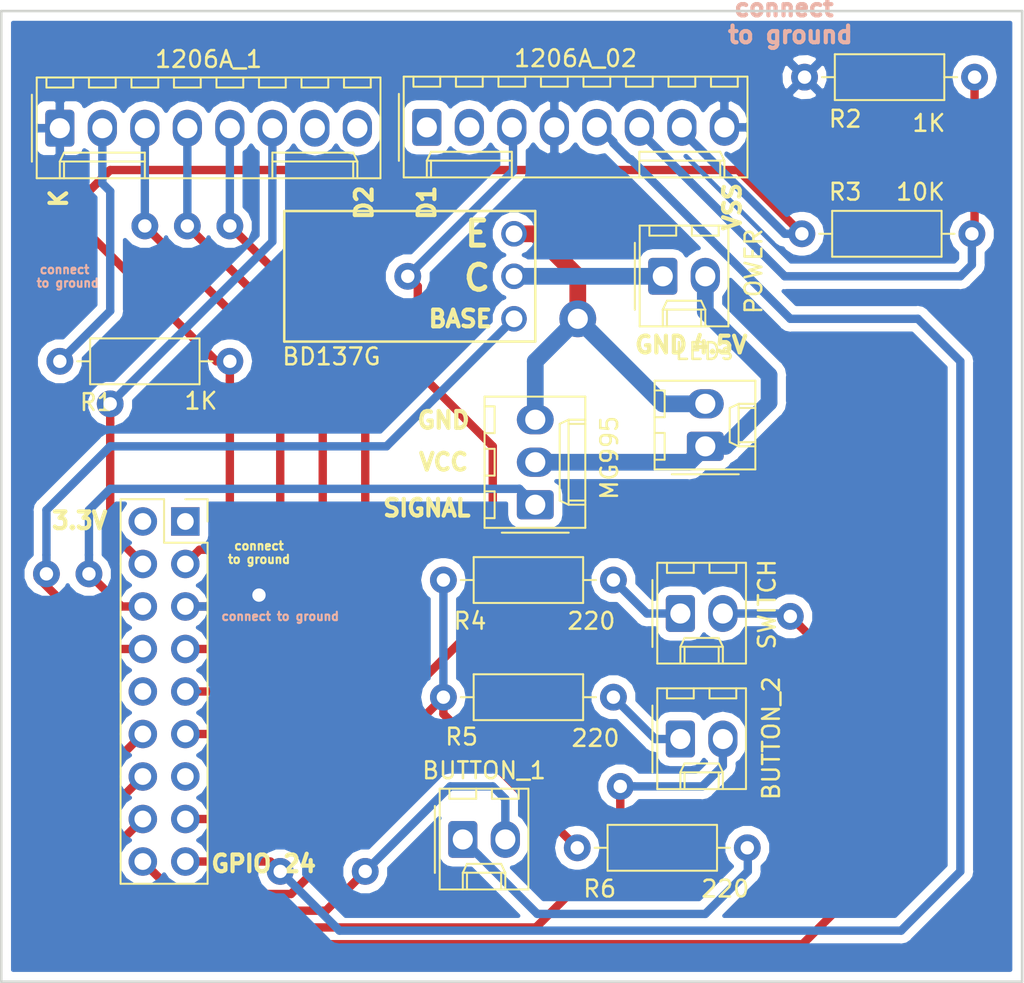
<source format=kicad_pcb>
(kicad_pcb (version 20171130) (host pcbnew 5.0.2-bee76a0~70~ubuntu18.04.1)

  (general
    (thickness 1.6)
    (drawings 22)
    (tracks 174)
    (zones 0)
    (modules 16)
    (nets 30)
  )

  (page A4)
  (layers
    (0 F.Cu signal)
    (31 B.Cu signal)
    (32 B.Adhes user)
    (33 F.Adhes user)
    (34 B.Paste user)
    (35 F.Paste user)
    (36 B.SilkS user hide)
    (37 F.SilkS user)
    (38 B.Mask user)
    (39 F.Mask user)
    (40 Dwgs.User user)
    (41 Cmts.User user)
    (42 Eco1.User user)
    (43 Eco2.User user)
    (44 Edge.Cuts user)
    (45 Margin user)
    (46 B.CrtYd user)
    (47 F.CrtYd user)
    (48 B.Fab user)
    (49 F.Fab user)
  )

  (setup
    (last_trace_width 0.5)
    (trace_clearance 0.5)
    (zone_clearance 0.508)
    (zone_45_only no)
    (trace_min 0.5)
    (segment_width 0.2)
    (edge_width 0.15)
    (via_size 1.2)
    (via_drill 0.8)
    (via_min_size 0.4)
    (via_min_drill 0.3)
    (uvia_size 0.3)
    (uvia_drill 0.1)
    (uvias_allowed no)
    (uvia_min_size 0.2)
    (uvia_min_drill 0.1)
    (pcb_text_width 0.3)
    (pcb_text_size 1.5 1.5)
    (mod_edge_width 0.15)
    (mod_text_size 1 1)
    (mod_text_width 0.15)
    (pad_size 1.7 1.7)
    (pad_drill 1)
    (pad_to_mask_clearance 0.051)
    (solder_mask_min_width 0.25)
    (aux_axis_origin 0 0)
    (visible_elements FFFFFF7F)
    (pcbplotparams
      (layerselection 0x010fc_ffffffff)
      (usegerberextensions false)
      (usegerberattributes false)
      (usegerberadvancedattributes false)
      (creategerberjobfile false)
      (excludeedgelayer true)
      (linewidth 0.100000)
      (plotframeref false)
      (viasonmask false)
      (mode 1)
      (useauxorigin false)
      (hpglpennumber 1)
      (hpglpenspeed 20)
      (hpglpendiameter 15.000000)
      (psnegative false)
      (psa4output false)
      (plotreference true)
      (plotvalue true)
      (plotinvisibletext false)
      (padsonsilk false)
      (subtractmaskfromsilk false)
      (outputformat 1)
      (mirror false)
      (drillshape 1)
      (scaleselection 1)
      (outputdirectory ""))
  )

  (net 0 "")
  (net 1 "Net-(1206A_01x08_Male1-Pad1)")
  (net 2 "Net-(1206A_01x08_Male1-Pad2)")
  (net 3 "Net-(1206A_01x08_Male1-Pad3)")
  (net 4 "Net-(1206A_01x08_Male1-Pad4)")
  (net 5 "Net-(1206A_01x08_Male1-Pad5)")
  (net 6 "Net-(1206A_01x08_Male1-Pad6)")
  (net 7 "Net-(1206A_01x08_Male1-Pad7)")
  (net 8 "Net-(1206A_01x08_Male1-Pad8)")
  (net 9 "Net-(1206A_01x08_Male2-Pad7)")
  (net 10 "Net-(1206A_01x08_Male2-Pad6)")
  (net 11 "Net-(1206A_01x08_Male2-Pad5)")
  (net 12 "Net-(1206A_01x08_Male2-Pad3)")
  (net 13 "Net-(1206A_01x08_Male2-Pad2)")
  (net 14 "Net-(1206A_01x08_Male2-Pad1)")
  (net 15 "Net-(2mm_pitch1-Pad1)")
  (net 16 "Net-(2mm_pitch1-Pad2)")
  (net 17 "Net-(2mm_pitch2-Pad1)")
  (net 18 "Net-(2mm_pitch2-Pad2)")
  (net 19 "Net-(2mm_pitch3-Pad2)")
  (net 20 "Net-(2mm_pitch3-Pad1)")
  (net 21 "Net-(2mm_pitch4-Pad1)")
  (net 22 "Net-(2mm_pitch4-Pad2)")
  (net 23 "Net-(2mm_pitch4-Pad3)")
  (net 24 "Net-(BATTERY_Conn_01x02_Male2-Pad1)")
  (net 25 "Net-(BD137G1-Pad3)")
  (net 26 "Net-(BUTTON_1_RES1-Pad2)")
  (net 27 "Net-(J1-Pad1)")
  (net 28 "Net-(J1-Pad10)")
  (net 29 "Net-(J1-Pad13)")

  (net_class Default "This is the default net class."
    (clearance 0.5)
    (trace_width 0.5)
    (via_dia 1.2)
    (via_drill 0.8)
    (uvia_dia 0.3)
    (uvia_drill 0.1)
    (diff_pair_gap 0.25)
    (diff_pair_width 0.5)
    (add_net "Net-(1206A_01x08_Male1-Pad1)")
    (add_net "Net-(1206A_01x08_Male1-Pad2)")
    (add_net "Net-(1206A_01x08_Male1-Pad3)")
    (add_net "Net-(1206A_01x08_Male1-Pad4)")
    (add_net "Net-(1206A_01x08_Male1-Pad5)")
    (add_net "Net-(1206A_01x08_Male1-Pad6)")
    (add_net "Net-(1206A_01x08_Male1-Pad7)")
    (add_net "Net-(1206A_01x08_Male1-Pad8)")
    (add_net "Net-(1206A_01x08_Male2-Pad1)")
    (add_net "Net-(1206A_01x08_Male2-Pad2)")
    (add_net "Net-(1206A_01x08_Male2-Pad3)")
    (add_net "Net-(1206A_01x08_Male2-Pad5)")
    (add_net "Net-(1206A_01x08_Male2-Pad6)")
    (add_net "Net-(1206A_01x08_Male2-Pad7)")
    (add_net "Net-(2mm_pitch1-Pad1)")
    (add_net "Net-(2mm_pitch1-Pad2)")
    (add_net "Net-(2mm_pitch2-Pad1)")
    (add_net "Net-(2mm_pitch2-Pad2)")
    (add_net "Net-(2mm_pitch3-Pad1)")
    (add_net "Net-(2mm_pitch3-Pad2)")
    (add_net "Net-(2mm_pitch4-Pad1)")
    (add_net "Net-(2mm_pitch4-Pad2)")
    (add_net "Net-(2mm_pitch4-Pad3)")
    (add_net "Net-(BATTERY_Conn_01x02_Male2-Pad1)")
    (add_net "Net-(BD137G1-Pad3)")
    (add_net "Net-(BUTTON_1_RES1-Pad2)")
    (add_net "Net-(J1-Pad1)")
    (add_net "Net-(J1-Pad10)")
    (add_net "Net-(J1-Pad13)")
  )

  (module Connector_Molex:Molex_KK-254_AE-6410-08A_1x08_P2.54mm_Vertical (layer F.Cu) (tedit 5C9A399E) (tstamp 5CC07F8D)
    (at 129.07 80.05)
    (descr "Molex KK-254 Interconnect System, old/engineering part number: AE-6410-08A example for new part number: 22-27-2081, 8 Pins (http://www.molex.com/pdm_docs/sd/022272021_sd.pdf), generated with kicad-footprint-generator")
    (tags "connector Molex KK-254 side entry")
    (path /5CA4F01F)
    (fp_text reference 1206A_1 (at 8.89 -4.12) (layer F.SilkS)
      (effects (font (size 1 1) (thickness 0.15)))
    )
    (fp_text value 2mm_pitch (at 8.89 4.08) (layer F.Fab) hide
      (effects (font (size 1 1) (thickness 0.15)))
    )
    (fp_line (start -1.27 -2.92) (end -1.27 2.88) (layer F.Fab) (width 0.1))
    (fp_line (start -1.27 2.88) (end 19.05 2.88) (layer F.Fab) (width 0.1))
    (fp_line (start 19.05 2.88) (end 19.05 -2.92) (layer F.Fab) (width 0.1))
    (fp_line (start 19.05 -2.92) (end -1.27 -2.92) (layer F.Fab) (width 0.1))
    (fp_line (start -1.38 -3.03) (end -1.38 2.99) (layer F.SilkS) (width 0.12))
    (fp_line (start -1.38 2.99) (end 19.16 2.99) (layer F.SilkS) (width 0.12))
    (fp_line (start 19.16 2.99) (end 19.16 -3.03) (layer F.SilkS) (width 0.12))
    (fp_line (start 19.16 -3.03) (end -1.38 -3.03) (layer F.SilkS) (width 0.12))
    (fp_line (start -1.67 -2) (end -1.67 2) (layer F.SilkS) (width 0.12))
    (fp_line (start -1.27 -0.5) (end -0.562893 0) (layer F.Fab) (width 0.1))
    (fp_line (start -0.562893 0) (end -1.27 0.5) (layer F.Fab) (width 0.1))
    (fp_line (start 0 2.99) (end 0 1.99) (layer F.SilkS) (width 0.12))
    (fp_line (start 0 1.99) (end 5.08 1.99) (layer F.SilkS) (width 0.12))
    (fp_line (start 5.08 1.99) (end 5.08 2.99) (layer F.SilkS) (width 0.12))
    (fp_line (start 0 1.99) (end 0.25 1.46) (layer F.SilkS) (width 0.12))
    (fp_line (start 0.25 1.46) (end 5.08 1.46) (layer F.SilkS) (width 0.12))
    (fp_line (start 5.08 1.46) (end 5.08 1.99) (layer F.SilkS) (width 0.12))
    (fp_line (start 0.25 2.99) (end 0.25 1.99) (layer F.SilkS) (width 0.12))
    (fp_line (start 17.78 2.99) (end 17.78 1.99) (layer F.SilkS) (width 0.12))
    (fp_line (start 17.78 1.99) (end 12.7 1.99) (layer F.SilkS) (width 0.12))
    (fp_line (start 12.7 1.99) (end 12.7 2.99) (layer F.SilkS) (width 0.12))
    (fp_line (start 17.78 1.99) (end 17.53 1.46) (layer F.SilkS) (width 0.12))
    (fp_line (start 17.53 1.46) (end 12.7 1.46) (layer F.SilkS) (width 0.12))
    (fp_line (start 12.7 1.46) (end 12.7 1.99) (layer F.SilkS) (width 0.12))
    (fp_line (start 17.53 2.99) (end 17.53 1.99) (layer F.SilkS) (width 0.12))
    (fp_line (start -0.8 -3.03) (end -0.8 -2.43) (layer F.SilkS) (width 0.12))
    (fp_line (start -0.8 -2.43) (end 0.8 -2.43) (layer F.SilkS) (width 0.12))
    (fp_line (start 0.8 -2.43) (end 0.8 -3.03) (layer F.SilkS) (width 0.12))
    (fp_line (start 1.74 -3.03) (end 1.74 -2.43) (layer F.SilkS) (width 0.12))
    (fp_line (start 1.74 -2.43) (end 3.34 -2.43) (layer F.SilkS) (width 0.12))
    (fp_line (start 3.34 -2.43) (end 3.34 -3.03) (layer F.SilkS) (width 0.12))
    (fp_line (start 4.28 -3.03) (end 4.28 -2.43) (layer F.SilkS) (width 0.12))
    (fp_line (start 4.28 -2.43) (end 5.88 -2.43) (layer F.SilkS) (width 0.12))
    (fp_line (start 5.88 -2.43) (end 5.88 -3.03) (layer F.SilkS) (width 0.12))
    (fp_line (start 6.82 -3.03) (end 6.82 -2.43) (layer F.SilkS) (width 0.12))
    (fp_line (start 6.82 -2.43) (end 8.42 -2.43) (layer F.SilkS) (width 0.12))
    (fp_line (start 8.42 -2.43) (end 8.42 -3.03) (layer F.SilkS) (width 0.12))
    (fp_line (start 9.36 -3.03) (end 9.36 -2.43) (layer F.SilkS) (width 0.12))
    (fp_line (start 9.36 -2.43) (end 10.96 -2.43) (layer F.SilkS) (width 0.12))
    (fp_line (start 10.96 -2.43) (end 10.96 -3.03) (layer F.SilkS) (width 0.12))
    (fp_line (start 11.9 -3.03) (end 11.9 -2.43) (layer F.SilkS) (width 0.12))
    (fp_line (start 11.9 -2.43) (end 13.5 -2.43) (layer F.SilkS) (width 0.12))
    (fp_line (start 13.5 -2.43) (end 13.5 -3.03) (layer F.SilkS) (width 0.12))
    (fp_line (start 14.44 -3.03) (end 14.44 -2.43) (layer F.SilkS) (width 0.12))
    (fp_line (start 14.44 -2.43) (end 16.04 -2.43) (layer F.SilkS) (width 0.12))
    (fp_line (start 16.04 -2.43) (end 16.04 -3.03) (layer F.SilkS) (width 0.12))
    (fp_line (start 16.98 -3.03) (end 16.98 -2.43) (layer F.SilkS) (width 0.12))
    (fp_line (start 16.98 -2.43) (end 18.58 -2.43) (layer F.SilkS) (width 0.12))
    (fp_line (start 18.58 -2.43) (end 18.58 -3.03) (layer F.SilkS) (width 0.12))
    (fp_line (start -1.77 -3.42) (end -1.77 3.38) (layer F.CrtYd) (width 0.05))
    (fp_line (start -1.77 3.38) (end 19.55 3.38) (layer F.CrtYd) (width 0.05))
    (fp_line (start 19.55 3.38) (end 19.55 -3.42) (layer F.CrtYd) (width 0.05))
    (fp_line (start 19.55 -3.42) (end -1.77 -3.42) (layer F.CrtYd) (width 0.05))
    (fp_text user %R (at 8.89 -2.22) (layer F.Fab)
      (effects (font (size 1 1) (thickness 0.15)))
    )
    (pad 1 thru_hole roundrect (at 0 0) (size 1.74 2.2) (drill 1.2) (layers *.Cu *.Mask) (roundrect_rratio 0.143678)
      (net 1 "Net-(1206A_01x08_Male1-Pad1)"))
    (pad 2 thru_hole oval (at 2.54 0) (size 1.74 2.2) (drill 1.2) (layers *.Cu *.Mask)
      (net 2 "Net-(1206A_01x08_Male1-Pad2)"))
    (pad 3 thru_hole oval (at 5.08 0) (size 1.74 2.2) (drill 1.2) (layers *.Cu *.Mask)
      (net 3 "Net-(1206A_01x08_Male1-Pad3)"))
    (pad 4 thru_hole oval (at 7.62 0) (size 1.74 2.2) (drill 1.2) (layers *.Cu *.Mask)
      (net 4 "Net-(1206A_01x08_Male1-Pad4)"))
    (pad 5 thru_hole oval (at 10.16 0) (size 1.74 2.2) (drill 1.2) (layers *.Cu *.Mask)
      (net 5 "Net-(1206A_01x08_Male1-Pad5)"))
    (pad 6 thru_hole oval (at 12.7 0) (size 1.74 2.2) (drill 1.2) (layers *.Cu *.Mask)
      (net 6 "Net-(1206A_01x08_Male1-Pad6)"))
    (pad 7 thru_hole oval (at 15.24 0) (size 1.74 2.2) (drill 1.2) (layers *.Cu *.Mask)
      (net 7 "Net-(1206A_01x08_Male1-Pad7)"))
    (pad 8 thru_hole oval (at 17.78 0) (size 1.74 2.2) (drill 1.2) (layers *.Cu *.Mask)
      (net 8 "Net-(1206A_01x08_Male1-Pad8)"))
    (model ${KISYS3DMOD}/Connector_Molex.3dshapes/Molex_KK-254_AE-6410-08A_1x08_P2.54mm_Vertical.wrl
      (at (xyz 0 0 0))
      (scale (xyz 1 1 1))
      (rotate (xyz 0 0 0))
    )
  )

  (module Connector_PinSocket_2.54mm:PinSocket_2x09_P2.54mm_Vertical (layer F.Cu) (tedit 5C9A4A0A) (tstamp 5CC0632C)
    (at 136.57 103.55)
    (descr "Through hole straight socket strip, 2x09, 2.54mm pitch, double cols (from Kicad 4.0.7), script generated")
    (tags "Through hole socket strip THT 2x09 2.54mm double row")
    (path /5C9A00D8)
    (fp_text reference J1 (at -1.27 -2.77) (layer F.SilkS) hide
      (effects (font (size 1 1) (thickness 0.15)))
    )
    (fp_text value Conn_02x09_Odd_Even (at -1.27 23.09) (layer F.Fab) hide
      (effects (font (size 1 1) (thickness 0.15)))
    )
    (fp_line (start -3.81 -1.27) (end 0.27 -1.27) (layer F.Fab) (width 0.1))
    (fp_line (start 0.27 -1.27) (end 1.27 -0.27) (layer F.Fab) (width 0.1))
    (fp_line (start 1.27 -0.27) (end 1.27 21.59) (layer F.Fab) (width 0.1))
    (fp_line (start 1.27 21.59) (end -3.81 21.59) (layer F.Fab) (width 0.1))
    (fp_line (start -3.81 21.59) (end -3.81 -1.27) (layer F.Fab) (width 0.1))
    (fp_line (start -3.87 -1.33) (end -1.27 -1.33) (layer F.SilkS) (width 0.12))
    (fp_line (start -3.87 -1.33) (end -3.87 21.65) (layer F.SilkS) (width 0.12))
    (fp_line (start -3.87 21.65) (end 1.33 21.65) (layer F.SilkS) (width 0.12))
    (fp_line (start 1.33 1.27) (end 1.33 21.65) (layer F.SilkS) (width 0.12))
    (fp_line (start -1.27 1.27) (end 1.33 1.27) (layer F.SilkS) (width 0.12))
    (fp_line (start -1.27 -1.33) (end -1.27 1.27) (layer F.SilkS) (width 0.12))
    (fp_line (start 1.33 -1.33) (end 1.33 0) (layer F.SilkS) (width 0.12))
    (fp_line (start 0 -1.33) (end 1.33 -1.33) (layer F.SilkS) (width 0.12))
    (fp_line (start -4.34 -1.8) (end 1.76 -1.8) (layer F.CrtYd) (width 0.05))
    (fp_line (start 1.76 -1.8) (end 1.76 22.1) (layer F.CrtYd) (width 0.05))
    (fp_line (start 1.76 22.1) (end -4.34 22.1) (layer F.CrtYd) (width 0.05))
    (fp_line (start -4.34 22.1) (end -4.34 -1.8) (layer F.CrtYd) (width 0.05))
    (fp_text user %R (at -1.27 10.16 90) (layer F.Fab)
      (effects (font (size 1 1) (thickness 0.15)))
    )
    (pad 1 thru_hole rect (at 0 0) (size 1.7 1.7) (drill 1) (layers *.Cu *.Mask)
      (net 27 "Net-(J1-Pad1)"))
    (pad 2 thru_hole oval (at -2.54 0) (size 1.7 1.7) (drill 1) (layers *.Cu *.Mask)
      (net 27 "Net-(J1-Pad1)"))
    (pad 3 thru_hole oval (at 0 2.54) (size 1.7 1.7) (drill 1) (layers *.Cu *.Mask)
      (net 9 "Net-(1206A_01x08_Male2-Pad7)"))
    (pad 4 thru_hole oval (at -2.54 2.54) (size 1.7 1.7) (drill 1) (layers *.Cu *.Mask)
      (net 6 "Net-(1206A_01x08_Male1-Pad6)"))
    (pad 5 thru_hole oval (at 0 5.08) (size 1.7 1.7) (drill 1) (layers *.Cu *.Mask)
      (net 1 "Net-(1206A_01x08_Male1-Pad1)"))
    (pad 6 thru_hole oval (at -2.54 5.08) (size 1.7 1.7) (drill 1) (layers *.Cu *.Mask)
      (net 21 "Net-(2mm_pitch4-Pad1)"))
    (pad 7 thru_hole oval (at 0 7.62) (size 1.7 1.7) (drill 1) (layers *.Cu *.Mask)
      (net 3 "Net-(1206A_01x08_Male1-Pad3)"))
    (pad 8 thru_hole oval (at -2.54 7.62) (size 1.7 1.7) (drill 1) (layers *.Cu *.Mask)
      (net 25 "Net-(BD137G1-Pad3)"))
    (pad 9 thru_hole oval (at 0 10.16) (size 1.7 1.7) (drill 1) (layers *.Cu *.Mask)
      (net 4 "Net-(1206A_01x08_Male1-Pad4)"))
    (pad 10 thru_hole oval (at -2.54 10.16) (size 1.7 1.7) (drill 1) (layers *.Cu *.Mask)
      (net 28 "Net-(J1-Pad10)"))
    (pad 11 thru_hole oval (at 0 12.7) (size 1.7 1.7) (drill 1) (layers *.Cu *.Mask)
      (net 5 "Net-(1206A_01x08_Male1-Pad5)"))
    (pad 12 thru_hole oval (at -2.54 12.7) (size 1.7 1.7) (drill 1) (layers *.Cu *.Mask)
      (net 16 "Net-(2mm_pitch1-Pad2)"))
    (pad 13 thru_hole oval (at 0 15.24) (size 1.7 1.7) (drill 1) (layers *.Cu *.Mask)
      (net 29 "Net-(J1-Pad13)"))
    (pad 14 thru_hole oval (at -2.54 15.24) (size 1.7 1.7) (drill 1) (layers *.Cu *.Mask)
      (net 18 "Net-(2mm_pitch2-Pad2)"))
    (pad 15 thru_hole oval (at 0 17.78) (size 1.7 1.7) (drill 1) (layers *.Cu *.Mask)
      (net 12 "Net-(1206A_01x08_Male2-Pad3)"))
    (pad 16 thru_hole oval (at -2.54 17.78) (size 1.7 1.7) (drill 1) (layers *.Cu *.Mask)
      (net 19 "Net-(2mm_pitch3-Pad2)"))
    (pad 17 thru_hole oval (at 0 20.32) (size 1.7 1.7) (drill 1) (layers *.Cu *.Mask)
      (net 11 "Net-(1206A_01x08_Male2-Pad5)"))
    (pad 18 thru_hole oval (at -2.54 20.32) (size 1.7 1.7) (drill 1) (layers *.Cu *.Mask)
      (net 26 "Net-(BUTTON_1_RES1-Pad2)"))
    (model ${KISYS3DMOD}/Connector_PinSocket_2.54mm.3dshapes/PinSocket_2x09_P2.54mm_Vertical.wrl
      (at (xyz 0 0 0))
      (scale (xyz 1 1 1))
      (rotate (xyz 0 0 0))
    )
  )

  (module GLFfootprints:BD137G (layer F.Cu) (tedit 5C9A3B4B) (tstamp 5C9A4831)
    (at 157.48 88.9 270)
    (path /5C92D2A8)
    (fp_text reference BD137G (at 4.8 12.18) (layer F.SilkS)
      (effects (font (size 1 1) (thickness 0.15)))
    )
    (fp_text value ?? (at -1.27 -1.27 270) (layer F.Fab) hide
      (effects (font (size 1 1) (thickness 0.15)))
    )
    (fp_line (start -3.9 0) (end 3.9 0) (layer F.SilkS) (width 0.15))
    (fp_line (start 3.9 0) (end 3.9 15) (layer F.SilkS) (width 0.15))
    (fp_line (start -3.9 15) (end 3.9 15) (layer F.SilkS) (width 0.15))
    (fp_line (start -3.9 15) (end -3.9 0) (layer F.SilkS) (width 0.15))
    (pad 1 thru_hole circle (at -2.54 1.27 270) (size 1.524 1.524) (drill 1) (layers *.Cu *.Mask)
      (net 23 "Net-(2mm_pitch4-Pad3)"))
    (pad 2 thru_hole circle (at 0 1.27 270) (size 1.524 1.524) (drill 1) (layers *.Cu *.Mask)
      (net 24 "Net-(BATTERY_Conn_01x02_Male2-Pad1)"))
    (pad 3 thru_hole circle (at 2.54 1.27 270) (size 1.524 1.524) (drill 1) (layers *.Cu *.Mask)
      (net 25 "Net-(BD137G1-Pad3)"))
  )

  (module Resistor_THT:R_Axial_DIN0207_L6.3mm_D2.5mm_P10.16mm_Horizontal (layer F.Cu) (tedit 5C9A3A6A) (tstamp 5CB3DED9)
    (at 162.15 107.05 180)
    (descr "Resistor, Axial_DIN0207 series, Axial, Horizontal, pin pitch=10.16mm, 0.25W = 1/4W, length*diameter=6.3*2.5mm^2, http://cdn-reichelt.de/documents/datenblatt/B400/1_4W%23YAG.pdf")
    (tags "Resistor Axial_DIN0207 series Axial Horizontal pin pitch 10.16mm 0.25W = 1/4W length 6.3mm diameter 2.5mm")
    (path /5C92CD78)
    (fp_text reference R4 (at 8.57 -2.45 180) (layer F.SilkS)
      (effects (font (size 1 1) (thickness 0.15)))
    )
    (fp_text value 220 (at 1.32 -2.45 180) (layer F.SilkS)
      (effects (font (size 1 1) (thickness 0.15)))
    )
    (fp_text user %R (at 5.08 0 180) (layer F.Fab)
      (effects (font (size 1 1) (thickness 0.15)))
    )
    (fp_line (start 11.21 -1.5) (end -1.05 -1.5) (layer F.CrtYd) (width 0.05))
    (fp_line (start 11.21 1.5) (end 11.21 -1.5) (layer F.CrtYd) (width 0.05))
    (fp_line (start -1.05 1.5) (end 11.21 1.5) (layer F.CrtYd) (width 0.05))
    (fp_line (start -1.05 -1.5) (end -1.05 1.5) (layer F.CrtYd) (width 0.05))
    (fp_line (start 9.12 0) (end 8.35 0) (layer F.SilkS) (width 0.12))
    (fp_line (start 1.04 0) (end 1.81 0) (layer F.SilkS) (width 0.12))
    (fp_line (start 8.35 -1.37) (end 1.81 -1.37) (layer F.SilkS) (width 0.12))
    (fp_line (start 8.35 1.37) (end 8.35 -1.37) (layer F.SilkS) (width 0.12))
    (fp_line (start 1.81 1.37) (end 8.35 1.37) (layer F.SilkS) (width 0.12))
    (fp_line (start 1.81 -1.37) (end 1.81 1.37) (layer F.SilkS) (width 0.12))
    (fp_line (start 10.16 0) (end 8.23 0) (layer F.Fab) (width 0.1))
    (fp_line (start 0 0) (end 1.93 0) (layer F.Fab) (width 0.1))
    (fp_line (start 8.23 -1.25) (end 1.93 -1.25) (layer F.Fab) (width 0.1))
    (fp_line (start 8.23 1.25) (end 8.23 -1.25) (layer F.Fab) (width 0.1))
    (fp_line (start 1.93 1.25) (end 8.23 1.25) (layer F.Fab) (width 0.1))
    (fp_line (start 1.93 -1.25) (end 1.93 1.25) (layer F.Fab) (width 0.1))
    (pad 2 thru_hole oval (at 10.16 0 180) (size 1.6 1.6) (drill 0.8) (layers *.Cu *.Mask)
      (net 26 "Net-(BUTTON_1_RES1-Pad2)"))
    (pad 1 thru_hole circle (at 0 0 180) (size 1.6 1.6) (drill 0.8) (layers *.Cu *.Mask)
      (net 15 "Net-(2mm_pitch1-Pad1)"))
    (model ${KISYS3DMOD}/Resistor_THT.3dshapes/R_Axial_DIN0207_L6.3mm_D2.5mm_P10.16mm_Horizontal.wrl
      (at (xyz 0 0 0))
      (scale (xyz 1 1 1))
      (rotate (xyz 0 0 0))
    )
  )

  (module Connector_Molex:Molex_KK-254_AE-6410-08A_1x08_P2.54mm_Vertical (layer F.Cu) (tedit 5C9A39B0) (tstamp 5CC07C3B)
    (at 151 80)
    (descr "Molex KK-254 Interconnect System, old/engineering part number: AE-6410-08A example for new part number: 22-27-2081, 8 Pins (http://www.molex.com/pdm_docs/sd/022272021_sd.pdf), generated with kicad-footprint-generator")
    (tags "connector Molex KK-254 side entry")
    (path /5CA4F201)
    (fp_text reference 1206A_02 (at 8.89 -4.12) (layer F.SilkS)
      (effects (font (size 1 1) (thickness 0.15)))
    )
    (fp_text value 2mm_pitch (at 8.89 4.08) (layer F.Fab) hide
      (effects (font (size 1 1) (thickness 0.15)))
    )
    (fp_text user %R (at 8.89 -2.22) (layer F.Fab)
      (effects (font (size 1 1) (thickness 0.15)))
    )
    (fp_line (start 19.55 -3.42) (end -1.77 -3.42) (layer F.CrtYd) (width 0.05))
    (fp_line (start 19.55 3.38) (end 19.55 -3.42) (layer F.CrtYd) (width 0.05))
    (fp_line (start -1.77 3.38) (end 19.55 3.38) (layer F.CrtYd) (width 0.05))
    (fp_line (start -1.77 -3.42) (end -1.77 3.38) (layer F.CrtYd) (width 0.05))
    (fp_line (start 18.58 -2.43) (end 18.58 -3.03) (layer F.SilkS) (width 0.12))
    (fp_line (start 16.98 -2.43) (end 18.58 -2.43) (layer F.SilkS) (width 0.12))
    (fp_line (start 16.98 -3.03) (end 16.98 -2.43) (layer F.SilkS) (width 0.12))
    (fp_line (start 16.04 -2.43) (end 16.04 -3.03) (layer F.SilkS) (width 0.12))
    (fp_line (start 14.44 -2.43) (end 16.04 -2.43) (layer F.SilkS) (width 0.12))
    (fp_line (start 14.44 -3.03) (end 14.44 -2.43) (layer F.SilkS) (width 0.12))
    (fp_line (start 13.5 -2.43) (end 13.5 -3.03) (layer F.SilkS) (width 0.12))
    (fp_line (start 11.9 -2.43) (end 13.5 -2.43) (layer F.SilkS) (width 0.12))
    (fp_line (start 11.9 -3.03) (end 11.9 -2.43) (layer F.SilkS) (width 0.12))
    (fp_line (start 10.96 -2.43) (end 10.96 -3.03) (layer F.SilkS) (width 0.12))
    (fp_line (start 9.36 -2.43) (end 10.96 -2.43) (layer F.SilkS) (width 0.12))
    (fp_line (start 9.36 -3.03) (end 9.36 -2.43) (layer F.SilkS) (width 0.12))
    (fp_line (start 8.42 -2.43) (end 8.42 -3.03) (layer F.SilkS) (width 0.12))
    (fp_line (start 6.82 -2.43) (end 8.42 -2.43) (layer F.SilkS) (width 0.12))
    (fp_line (start 6.82 -3.03) (end 6.82 -2.43) (layer F.SilkS) (width 0.12))
    (fp_line (start 5.88 -2.43) (end 5.88 -3.03) (layer F.SilkS) (width 0.12))
    (fp_line (start 4.28 -2.43) (end 5.88 -2.43) (layer F.SilkS) (width 0.12))
    (fp_line (start 4.28 -3.03) (end 4.28 -2.43) (layer F.SilkS) (width 0.12))
    (fp_line (start 3.34 -2.43) (end 3.34 -3.03) (layer F.SilkS) (width 0.12))
    (fp_line (start 1.74 -2.43) (end 3.34 -2.43) (layer F.SilkS) (width 0.12))
    (fp_line (start 1.74 -3.03) (end 1.74 -2.43) (layer F.SilkS) (width 0.12))
    (fp_line (start 0.8 -2.43) (end 0.8 -3.03) (layer F.SilkS) (width 0.12))
    (fp_line (start -0.8 -2.43) (end 0.8 -2.43) (layer F.SilkS) (width 0.12))
    (fp_line (start -0.8 -3.03) (end -0.8 -2.43) (layer F.SilkS) (width 0.12))
    (fp_line (start 17.53 2.99) (end 17.53 1.99) (layer F.SilkS) (width 0.12))
    (fp_line (start 12.7 1.46) (end 12.7 1.99) (layer F.SilkS) (width 0.12))
    (fp_line (start 17.53 1.46) (end 12.7 1.46) (layer F.SilkS) (width 0.12))
    (fp_line (start 17.78 1.99) (end 17.53 1.46) (layer F.SilkS) (width 0.12))
    (fp_line (start 12.7 1.99) (end 12.7 2.99) (layer F.SilkS) (width 0.12))
    (fp_line (start 17.78 1.99) (end 12.7 1.99) (layer F.SilkS) (width 0.12))
    (fp_line (start 17.78 2.99) (end 17.78 1.99) (layer F.SilkS) (width 0.12))
    (fp_line (start 0.25 2.99) (end 0.25 1.99) (layer F.SilkS) (width 0.12))
    (fp_line (start 5.08 1.46) (end 5.08 1.99) (layer F.SilkS) (width 0.12))
    (fp_line (start 0.25 1.46) (end 5.08 1.46) (layer F.SilkS) (width 0.12))
    (fp_line (start 0 1.99) (end 0.25 1.46) (layer F.SilkS) (width 0.12))
    (fp_line (start 5.08 1.99) (end 5.08 2.99) (layer F.SilkS) (width 0.12))
    (fp_line (start 0 1.99) (end 5.08 1.99) (layer F.SilkS) (width 0.12))
    (fp_line (start 0 2.99) (end 0 1.99) (layer F.SilkS) (width 0.12))
    (fp_line (start -0.562893 0) (end -1.27 0.5) (layer F.Fab) (width 0.1))
    (fp_line (start -1.27 -0.5) (end -0.562893 0) (layer F.Fab) (width 0.1))
    (fp_line (start -1.67 -2) (end -1.67 2) (layer F.SilkS) (width 0.12))
    (fp_line (start 19.16 -3.03) (end -1.38 -3.03) (layer F.SilkS) (width 0.12))
    (fp_line (start 19.16 2.99) (end 19.16 -3.03) (layer F.SilkS) (width 0.12))
    (fp_line (start -1.38 2.99) (end 19.16 2.99) (layer F.SilkS) (width 0.12))
    (fp_line (start -1.38 -3.03) (end -1.38 2.99) (layer F.SilkS) (width 0.12))
    (fp_line (start 19.05 -2.92) (end -1.27 -2.92) (layer F.Fab) (width 0.1))
    (fp_line (start 19.05 2.88) (end 19.05 -2.92) (layer F.Fab) (width 0.1))
    (fp_line (start -1.27 2.88) (end 19.05 2.88) (layer F.Fab) (width 0.1))
    (fp_line (start -1.27 -2.92) (end -1.27 2.88) (layer F.Fab) (width 0.1))
    (pad 8 thru_hole oval (at 17.78 0) (size 1.74 2.2) (drill 1.2) (layers *.Cu *.Mask)
      (net 1 "Net-(1206A_01x08_Male1-Pad1)"))
    (pad 7 thru_hole oval (at 15.24 0) (size 1.74 2.2) (drill 1.2) (layers *.Cu *.Mask)
      (net 9 "Net-(1206A_01x08_Male2-Pad7)"))
    (pad 6 thru_hole oval (at 12.7 0) (size 1.74 2.2) (drill 1.2) (layers *.Cu *.Mask)
      (net 10 "Net-(1206A_01x08_Male2-Pad6)"))
    (pad 5 thru_hole oval (at 10.16 0) (size 1.74 2.2) (drill 1.2) (layers *.Cu *.Mask)
      (net 11 "Net-(1206A_01x08_Male2-Pad5)"))
    (pad 4 thru_hole oval (at 7.62 0) (size 1.74 2.2) (drill 1.2) (layers *.Cu *.Mask)
      (net 1 "Net-(1206A_01x08_Male1-Pad1)"))
    (pad 3 thru_hole oval (at 5.08 0) (size 1.74 2.2) (drill 1.2) (layers *.Cu *.Mask)
      (net 12 "Net-(1206A_01x08_Male2-Pad3)"))
    (pad 2 thru_hole oval (at 2.54 0) (size 1.74 2.2) (drill 1.2) (layers *.Cu *.Mask)
      (net 13 "Net-(1206A_01x08_Male2-Pad2)"))
    (pad 1 thru_hole roundrect (at 0 0) (size 1.74 2.2) (drill 1.2) (layers *.Cu *.Mask) (roundrect_rratio 0.143678)
      (net 14 "Net-(1206A_01x08_Male2-Pad1)"))
    (model ${KISYS3DMOD}/Connector_Molex.3dshapes/Molex_KK-254_AE-6410-08A_1x08_P2.54mm_Vertical.wrl
      (at (xyz 0 0 0))
      (scale (xyz 1 1 1))
      (rotate (xyz 0 0 0))
    )
  )

  (module Connector_Molex:Molex_KK-254_AE-6410-02A_1x02_P2.54mm_Vertical (layer F.Cu) (tedit 5C9A3AE7) (tstamp 5CB2FF6D)
    (at 166.15 109.05)
    (descr "Molex KK-254 Interconnect System, old/engineering part number: AE-6410-02A example for new part number: 22-27-2021, 2 Pins (http://www.molex.com/pdm_docs/sd/022272021_sd.pdf), generated with kicad-footprint-generator")
    (tags "connector Molex KK-254 side entry")
    (path /5C92EBA5)
    (fp_text reference SWITCH (at 5.18 -0.55 90) (layer F.SilkS)
      (effects (font (size 1 1) (thickness 0.15)))
    )
    (fp_text value LIMIT_SWITCH_OUT (at 1.27 4.08) (layer F.Fab) hide
      (effects (font (size 1 1) (thickness 0.15)))
    )
    (fp_line (start -1.27 -2.92) (end -1.27 2.88) (layer F.Fab) (width 0.1))
    (fp_line (start -1.27 2.88) (end 3.81 2.88) (layer F.Fab) (width 0.1))
    (fp_line (start 3.81 2.88) (end 3.81 -2.92) (layer F.Fab) (width 0.1))
    (fp_line (start 3.81 -2.92) (end -1.27 -2.92) (layer F.Fab) (width 0.1))
    (fp_line (start -1.38 -3.03) (end -1.38 2.99) (layer F.SilkS) (width 0.12))
    (fp_line (start -1.38 2.99) (end 3.92 2.99) (layer F.SilkS) (width 0.12))
    (fp_line (start 3.92 2.99) (end 3.92 -3.03) (layer F.SilkS) (width 0.12))
    (fp_line (start 3.92 -3.03) (end -1.38 -3.03) (layer F.SilkS) (width 0.12))
    (fp_line (start -1.67 -2) (end -1.67 2) (layer F.SilkS) (width 0.12))
    (fp_line (start -1.27 -0.5) (end -0.562893 0) (layer F.Fab) (width 0.1))
    (fp_line (start -0.562893 0) (end -1.27 0.5) (layer F.Fab) (width 0.1))
    (fp_line (start 0 2.99) (end 0 1.99) (layer F.SilkS) (width 0.12))
    (fp_line (start 0 1.99) (end 2.54 1.99) (layer F.SilkS) (width 0.12))
    (fp_line (start 2.54 1.99) (end 2.54 2.99) (layer F.SilkS) (width 0.12))
    (fp_line (start 0 1.99) (end 0.25 1.46) (layer F.SilkS) (width 0.12))
    (fp_line (start 0.25 1.46) (end 2.29 1.46) (layer F.SilkS) (width 0.12))
    (fp_line (start 2.29 1.46) (end 2.54 1.99) (layer F.SilkS) (width 0.12))
    (fp_line (start 0.25 2.99) (end 0.25 1.99) (layer F.SilkS) (width 0.12))
    (fp_line (start 2.29 2.99) (end 2.29 1.99) (layer F.SilkS) (width 0.12))
    (fp_line (start -0.8 -3.03) (end -0.8 -2.43) (layer F.SilkS) (width 0.12))
    (fp_line (start -0.8 -2.43) (end 0.8 -2.43) (layer F.SilkS) (width 0.12))
    (fp_line (start 0.8 -2.43) (end 0.8 -3.03) (layer F.SilkS) (width 0.12))
    (fp_line (start 1.74 -3.03) (end 1.74 -2.43) (layer F.SilkS) (width 0.12))
    (fp_line (start 1.74 -2.43) (end 3.34 -2.43) (layer F.SilkS) (width 0.12))
    (fp_line (start 3.34 -2.43) (end 3.34 -3.03) (layer F.SilkS) (width 0.12))
    (fp_line (start -1.77 -3.42) (end -1.77 3.38) (layer F.CrtYd) (width 0.05))
    (fp_line (start -1.77 3.38) (end 4.31 3.38) (layer F.CrtYd) (width 0.05))
    (fp_line (start 4.31 3.38) (end 4.31 -3.42) (layer F.CrtYd) (width 0.05))
    (fp_line (start 4.31 -3.42) (end -1.77 -3.42) (layer F.CrtYd) (width 0.05))
    (fp_text user %R (at 1.27 -2.22) (layer F.Fab)
      (effects (font (size 1 1) (thickness 0.15)))
    )
    (pad 1 thru_hole roundrect (at 0 0) (size 1.74 2.2) (drill 1.2) (layers *.Cu *.Mask) (roundrect_rratio 0.143678)
      (net 15 "Net-(2mm_pitch1-Pad1)"))
    (pad 2 thru_hole oval (at 2.54 0) (size 1.74 2.2) (drill 1.2) (layers *.Cu *.Mask)
      (net 16 "Net-(2mm_pitch1-Pad2)"))
    (model ${KISYS3DMOD}/Connector_Molex.3dshapes/Molex_KK-254_AE-6410-02A_1x02_P2.54mm_Vertical.wrl
      (at (xyz 0 0 0))
      (scale (xyz 1 1 1))
      (rotate (xyz 0 0 0))
    )
  )

  (module Connector_Molex:Molex_KK-254_AE-6410-02A_1x02_P2.54mm_Vertical (layer F.Cu) (tedit 5C9A3AD7) (tstamp 5CB2FF91)
    (at 166.15 116.55)
    (descr "Molex KK-254 Interconnect System, old/engineering part number: AE-6410-02A example for new part number: 22-27-2021, 2 Pins (http://www.molex.com/pdm_docs/sd/022272021_sd.pdf), generated with kicad-footprint-generator")
    (tags "connector Molex KK-254 side entry")
    (path /5C92E966)
    (fp_text reference BUTTON_2 (at 5.43 -0.05 90) (layer F.SilkS)
      (effects (font (size 1 1) (thickness 0.15)))
    )
    (fp_text value BUTTON_2_OUT (at 1.27 4.08) (layer F.Fab) hide
      (effects (font (size 1 1) (thickness 0.15)))
    )
    (fp_line (start -1.27 -2.92) (end -1.27 2.88) (layer F.Fab) (width 0.1))
    (fp_line (start -1.27 2.88) (end 3.81 2.88) (layer F.Fab) (width 0.1))
    (fp_line (start 3.81 2.88) (end 3.81 -2.92) (layer F.Fab) (width 0.1))
    (fp_line (start 3.81 -2.92) (end -1.27 -2.92) (layer F.Fab) (width 0.1))
    (fp_line (start -1.38 -3.03) (end -1.38 2.99) (layer F.SilkS) (width 0.12))
    (fp_line (start -1.38 2.99) (end 3.92 2.99) (layer F.SilkS) (width 0.12))
    (fp_line (start 3.92 2.99) (end 3.92 -3.03) (layer F.SilkS) (width 0.12))
    (fp_line (start 3.92 -3.03) (end -1.38 -3.03) (layer F.SilkS) (width 0.12))
    (fp_line (start -1.67 -2) (end -1.67 2) (layer F.SilkS) (width 0.12))
    (fp_line (start -1.27 -0.5) (end -0.562893 0) (layer F.Fab) (width 0.1))
    (fp_line (start -0.562893 0) (end -1.27 0.5) (layer F.Fab) (width 0.1))
    (fp_line (start 0 2.99) (end 0 1.99) (layer F.SilkS) (width 0.12))
    (fp_line (start 0 1.99) (end 2.54 1.99) (layer F.SilkS) (width 0.12))
    (fp_line (start 2.54 1.99) (end 2.54 2.99) (layer F.SilkS) (width 0.12))
    (fp_line (start 0 1.99) (end 0.25 1.46) (layer F.SilkS) (width 0.12))
    (fp_line (start 0.25 1.46) (end 2.29 1.46) (layer F.SilkS) (width 0.12))
    (fp_line (start 2.29 1.46) (end 2.54 1.99) (layer F.SilkS) (width 0.12))
    (fp_line (start 0.25 2.99) (end 0.25 1.99) (layer F.SilkS) (width 0.12))
    (fp_line (start 2.29 2.99) (end 2.29 1.99) (layer F.SilkS) (width 0.12))
    (fp_line (start -0.8 -3.03) (end -0.8 -2.43) (layer F.SilkS) (width 0.12))
    (fp_line (start -0.8 -2.43) (end 0.8 -2.43) (layer F.SilkS) (width 0.12))
    (fp_line (start 0.8 -2.43) (end 0.8 -3.03) (layer F.SilkS) (width 0.12))
    (fp_line (start 1.74 -3.03) (end 1.74 -2.43) (layer F.SilkS) (width 0.12))
    (fp_line (start 1.74 -2.43) (end 3.34 -2.43) (layer F.SilkS) (width 0.12))
    (fp_line (start 3.34 -2.43) (end 3.34 -3.03) (layer F.SilkS) (width 0.12))
    (fp_line (start -1.77 -3.42) (end -1.77 3.38) (layer F.CrtYd) (width 0.05))
    (fp_line (start -1.77 3.38) (end 4.31 3.38) (layer F.CrtYd) (width 0.05))
    (fp_line (start 4.31 3.38) (end 4.31 -3.42) (layer F.CrtYd) (width 0.05))
    (fp_line (start 4.31 -3.42) (end -1.77 -3.42) (layer F.CrtYd) (width 0.05))
    (fp_text user %R (at 1.27 -2.22) (layer F.Fab)
      (effects (font (size 1 1) (thickness 0.15)))
    )
    (pad 1 thru_hole roundrect (at 0 0) (size 1.74 2.2) (drill 1.2) (layers *.Cu *.Mask) (roundrect_rratio 0.143678)
      (net 17 "Net-(2mm_pitch2-Pad1)"))
    (pad 2 thru_hole oval (at 2.54 0) (size 1.74 2.2) (drill 1.2) (layers *.Cu *.Mask)
      (net 18 "Net-(2mm_pitch2-Pad2)"))
    (model ${KISYS3DMOD}/Connector_Molex.3dshapes/Molex_KK-254_AE-6410-02A_1x02_P2.54mm_Vertical.wrl
      (at (xyz 0 0 0))
      (scale (xyz 1 1 1))
      (rotate (xyz 0 0 0))
    )
  )

  (module Connector_Molex:Molex_KK-254_AE-6410-02A_1x02_P2.54mm_Vertical (layer F.Cu) (tedit 5C9A3AC8) (tstamp 5CB3D3F0)
    (at 153.15 122.55)
    (descr "Molex KK-254 Interconnect System, old/engineering part number: AE-6410-02A example for new part number: 22-27-2021, 2 Pins (http://www.molex.com/pdm_docs/sd/022272021_sd.pdf), generated with kicad-footprint-generator")
    (tags "connector Molex KK-254 side entry")
    (path /5C92E9D2)
    (fp_text reference BUTTON_1 (at 1.27 -4.12) (layer F.SilkS)
      (effects (font (size 1 1) (thickness 0.15)))
    )
    (fp_text value BUTTON_1_OUT (at 1.27 4.08) (layer F.Fab) hide
      (effects (font (size 1 1) (thickness 0.15)))
    )
    (fp_text user %R (at 1.27 -2.22) (layer F.Fab)
      (effects (font (size 1 1) (thickness 0.15)))
    )
    (fp_line (start 4.31 -3.42) (end -1.77 -3.42) (layer F.CrtYd) (width 0.05))
    (fp_line (start 4.31 3.38) (end 4.31 -3.42) (layer F.CrtYd) (width 0.05))
    (fp_line (start -1.77 3.38) (end 4.31 3.38) (layer F.CrtYd) (width 0.05))
    (fp_line (start -1.77 -3.42) (end -1.77 3.38) (layer F.CrtYd) (width 0.05))
    (fp_line (start 3.34 -2.43) (end 3.34 -3.03) (layer F.SilkS) (width 0.12))
    (fp_line (start 1.74 -2.43) (end 3.34 -2.43) (layer F.SilkS) (width 0.12))
    (fp_line (start 1.74 -3.03) (end 1.74 -2.43) (layer F.SilkS) (width 0.12))
    (fp_line (start 0.8 -2.43) (end 0.8 -3.03) (layer F.SilkS) (width 0.12))
    (fp_line (start -0.8 -2.43) (end 0.8 -2.43) (layer F.SilkS) (width 0.12))
    (fp_line (start -0.8 -3.03) (end -0.8 -2.43) (layer F.SilkS) (width 0.12))
    (fp_line (start 2.29 2.99) (end 2.29 1.99) (layer F.SilkS) (width 0.12))
    (fp_line (start 0.25 2.99) (end 0.25 1.99) (layer F.SilkS) (width 0.12))
    (fp_line (start 2.29 1.46) (end 2.54 1.99) (layer F.SilkS) (width 0.12))
    (fp_line (start 0.25 1.46) (end 2.29 1.46) (layer F.SilkS) (width 0.12))
    (fp_line (start 0 1.99) (end 0.25 1.46) (layer F.SilkS) (width 0.12))
    (fp_line (start 2.54 1.99) (end 2.54 2.99) (layer F.SilkS) (width 0.12))
    (fp_line (start 0 1.99) (end 2.54 1.99) (layer F.SilkS) (width 0.12))
    (fp_line (start 0 2.99) (end 0 1.99) (layer F.SilkS) (width 0.12))
    (fp_line (start -0.562893 0) (end -1.27 0.5) (layer F.Fab) (width 0.1))
    (fp_line (start -1.27 -0.5) (end -0.562893 0) (layer F.Fab) (width 0.1))
    (fp_line (start -1.67 -2) (end -1.67 2) (layer F.SilkS) (width 0.12))
    (fp_line (start 3.92 -3.03) (end -1.38 -3.03) (layer F.SilkS) (width 0.12))
    (fp_line (start 3.92 2.99) (end 3.92 -3.03) (layer F.SilkS) (width 0.12))
    (fp_line (start -1.38 2.99) (end 3.92 2.99) (layer F.SilkS) (width 0.12))
    (fp_line (start -1.38 -3.03) (end -1.38 2.99) (layer F.SilkS) (width 0.12))
    (fp_line (start 3.81 -2.92) (end -1.27 -2.92) (layer F.Fab) (width 0.1))
    (fp_line (start 3.81 2.88) (end 3.81 -2.92) (layer F.Fab) (width 0.1))
    (fp_line (start -1.27 2.88) (end 3.81 2.88) (layer F.Fab) (width 0.1))
    (fp_line (start -1.27 -2.92) (end -1.27 2.88) (layer F.Fab) (width 0.1))
    (pad 2 thru_hole oval (at 2.54 0) (size 1.74 2.2) (drill 1.2) (layers *.Cu *.Mask)
      (net 19 "Net-(2mm_pitch3-Pad2)"))
    (pad 1 thru_hole roundrect (at 0 0) (size 1.74 2.2) (drill 1.2) (layers *.Cu *.Mask) (roundrect_rratio 0.143678)
      (net 20 "Net-(2mm_pitch3-Pad1)"))
    (model ${KISYS3DMOD}/Connector_Molex.3dshapes/Molex_KK-254_AE-6410-02A_1x02_P2.54mm_Vertical.wrl
      (at (xyz 0 0 0))
      (scale (xyz 1 1 1))
      (rotate (xyz 0 0 0))
    )
  )

  (module Connector_Molex:Molex_KK-254_AE-6410-03A_1x03_P2.54mm_Vertical (layer F.Cu) (tedit 5C9A3B27) (tstamp 5CB3E794)
    (at 157.48 102.55 90)
    (descr "Molex KK-254 Interconnect System, old/engineering part number: AE-6410-03A example for new part number: 22-27-2031, 3 Pins (http://www.molex.com/pdm_docs/sd/022272021_sd.pdf), generated with kicad-footprint-generator")
    (tags "connector Molex KK-254 side entry")
    (path /5C92EAFD)
    (fp_text reference MG995 (at 2.8 4.43 90) (layer F.SilkS)
      (effects (font (size 1 1) (thickness 0.15)))
    )
    (fp_text value MG995_SERVO_OUT (at 2.54 4.08 90) (layer F.Fab) hide
      (effects (font (size 1 1) (thickness 0.15)))
    )
    (fp_line (start -1.27 -2.92) (end -1.27 2.88) (layer F.Fab) (width 0.1))
    (fp_line (start -1.27 2.88) (end 6.35 2.88) (layer F.Fab) (width 0.1))
    (fp_line (start 6.35 2.88) (end 6.35 -2.92) (layer F.Fab) (width 0.1))
    (fp_line (start 6.35 -2.92) (end -1.27 -2.92) (layer F.Fab) (width 0.1))
    (fp_line (start -1.38 -3.03) (end -1.38 2.99) (layer F.SilkS) (width 0.12))
    (fp_line (start -1.38 2.99) (end 6.46 2.99) (layer F.SilkS) (width 0.12))
    (fp_line (start 6.46 2.99) (end 6.46 -3.03) (layer F.SilkS) (width 0.12))
    (fp_line (start 6.46 -3.03) (end -1.38 -3.03) (layer F.SilkS) (width 0.12))
    (fp_line (start -1.67 -2) (end -1.67 2) (layer F.SilkS) (width 0.12))
    (fp_line (start -1.27 -0.5) (end -0.562893 0) (layer F.Fab) (width 0.1))
    (fp_line (start -0.562893 0) (end -1.27 0.5) (layer F.Fab) (width 0.1))
    (fp_line (start 0 2.99) (end 0 1.99) (layer F.SilkS) (width 0.12))
    (fp_line (start 0 1.99) (end 5.08 1.99) (layer F.SilkS) (width 0.12))
    (fp_line (start 5.08 1.99) (end 5.08 2.99) (layer F.SilkS) (width 0.12))
    (fp_line (start 0 1.99) (end 0.25 1.46) (layer F.SilkS) (width 0.12))
    (fp_line (start 0.25 1.46) (end 4.83 1.46) (layer F.SilkS) (width 0.12))
    (fp_line (start 4.83 1.46) (end 5.08 1.99) (layer F.SilkS) (width 0.12))
    (fp_line (start 0.25 2.99) (end 0.25 1.99) (layer F.SilkS) (width 0.12))
    (fp_line (start 4.83 2.99) (end 4.83 1.99) (layer F.SilkS) (width 0.12))
    (fp_line (start -0.8 -3.03) (end -0.8 -2.43) (layer F.SilkS) (width 0.12))
    (fp_line (start -0.8 -2.43) (end 0.8 -2.43) (layer F.SilkS) (width 0.12))
    (fp_line (start 0.8 -2.43) (end 0.8 -3.03) (layer F.SilkS) (width 0.12))
    (fp_line (start 1.74 -3.03) (end 1.74 -2.43) (layer F.SilkS) (width 0.12))
    (fp_line (start 1.74 -2.43) (end 3.34 -2.43) (layer F.SilkS) (width 0.12))
    (fp_line (start 3.34 -2.43) (end 3.34 -3.03) (layer F.SilkS) (width 0.12))
    (fp_line (start 4.28 -3.03) (end 4.28 -2.43) (layer F.SilkS) (width 0.12))
    (fp_line (start 4.28 -2.43) (end 5.88 -2.43) (layer F.SilkS) (width 0.12))
    (fp_line (start 5.88 -2.43) (end 5.88 -3.03) (layer F.SilkS) (width 0.12))
    (fp_line (start -1.77 -3.42) (end -1.77 3.38) (layer F.CrtYd) (width 0.05))
    (fp_line (start -1.77 3.38) (end 6.85 3.38) (layer F.CrtYd) (width 0.05))
    (fp_line (start 6.85 3.38) (end 6.85 -3.42) (layer F.CrtYd) (width 0.05))
    (fp_line (start 6.85 -3.42) (end -1.77 -3.42) (layer F.CrtYd) (width 0.05))
    (fp_text user %R (at 2.54 -2.22 90) (layer F.Fab)
      (effects (font (size 1 1) (thickness 0.15)))
    )
    (pad 1 thru_hole roundrect (at 0 0 90) (size 1.74 2.2) (drill 1.2) (layers *.Cu *.Mask) (roundrect_rratio 0.143678)
      (net 21 "Net-(2mm_pitch4-Pad1)"))
    (pad 2 thru_hole oval (at 2.54 0 90) (size 1.74 2.2) (drill 1.2) (layers *.Cu *.Mask)
      (net 22 "Net-(2mm_pitch4-Pad2)"))
    (pad 3 thru_hole oval (at 5.08 0 90) (size 1.74 2.2) (drill 1.2) (layers *.Cu *.Mask)
      (net 23 "Net-(2mm_pitch4-Pad3)"))
    (model ${KISYS3DMOD}/Connector_Molex.3dshapes/Molex_KK-254_AE-6410-03A_1x03_P2.54mm_Vertical.wrl
      (at (xyz 0 0 0))
      (scale (xyz 1 1 1))
      (rotate (xyz 0 0 0))
    )
  )

  (module Resistor_THT:R_Axial_DIN0207_L6.3mm_D2.5mm_P10.16mm_Horizontal (layer F.Cu) (tedit 5C9A3A3D) (tstamp 5CB3C9A2)
    (at 129.07 93.98)
    (descr "Resistor, Axial_DIN0207 series, Axial, Horizontal, pin pitch=10.16mm, 0.25W = 1/4W, length*diameter=6.3*2.5mm^2, http://cdn-reichelt.de/documents/datenblatt/B400/1_4W%23YAG.pdf")
    (tags "Resistor Axial_DIN0207 series Axial Horizontal pin pitch 10.16mm 0.25W = 1/4W length 6.3mm diameter 2.5mm")
    (path /5C92CCF7)
    (fp_text reference R1 (at 2.18 2.45) (layer F.SilkS)
      (effects (font (size 1 1) (thickness 0.15)))
    )
    (fp_text value 1K (at 8.43 2.37) (layer F.SilkS)
      (effects (font (size 1 1) (thickness 0.15)))
    )
    (fp_line (start 1.93 -1.25) (end 1.93 1.25) (layer F.Fab) (width 0.1))
    (fp_line (start 1.93 1.25) (end 8.23 1.25) (layer F.Fab) (width 0.1))
    (fp_line (start 8.23 1.25) (end 8.23 -1.25) (layer F.Fab) (width 0.1))
    (fp_line (start 8.23 -1.25) (end 1.93 -1.25) (layer F.Fab) (width 0.1))
    (fp_line (start 0 0) (end 1.93 0) (layer F.Fab) (width 0.1))
    (fp_line (start 10.16 0) (end 8.23 0) (layer F.Fab) (width 0.1))
    (fp_line (start 1.81 -1.37) (end 1.81 1.37) (layer F.SilkS) (width 0.12))
    (fp_line (start 1.81 1.37) (end 8.35 1.37) (layer F.SilkS) (width 0.12))
    (fp_line (start 8.35 1.37) (end 8.35 -1.37) (layer F.SilkS) (width 0.12))
    (fp_line (start 8.35 -1.37) (end 1.81 -1.37) (layer F.SilkS) (width 0.12))
    (fp_line (start 1.04 0) (end 1.81 0) (layer F.SilkS) (width 0.12))
    (fp_line (start 9.12 0) (end 8.35 0) (layer F.SilkS) (width 0.12))
    (fp_line (start -1.05 -1.5) (end -1.05 1.5) (layer F.CrtYd) (width 0.05))
    (fp_line (start -1.05 1.5) (end 11.21 1.5) (layer F.CrtYd) (width 0.05))
    (fp_line (start 11.21 1.5) (end 11.21 -1.5) (layer F.CrtYd) (width 0.05))
    (fp_line (start 11.21 -1.5) (end -1.05 -1.5) (layer F.CrtYd) (width 0.05))
    (fp_text user %R (at 5.08 0) (layer F.Fab)
      (effects (font (size 1 1) (thickness 0.15)))
    )
    (pad 1 thru_hole circle (at 0 0) (size 1.6 1.6) (drill 0.8) (layers *.Cu *.Mask)
      (net 2 "Net-(1206A_01x08_Male1-Pad2)"))
    (pad 2 thru_hole oval (at 10.16 0) (size 1.6 1.6) (drill 0.8) (layers *.Cu *.Mask)
      (net 9 "Net-(1206A_01x08_Male2-Pad7)"))
    (model ${KISYS3DMOD}/Resistor_THT.3dshapes/R_Axial_DIN0207_L6.3mm_D2.5mm_P10.16mm_Horizontal.wrl
      (at (xyz 0 0 0))
      (scale (xyz 1 1 1))
      (rotate (xyz 0 0 0))
    )
  )

  (module Connector_Molex:Molex_KK-254_AE-6410-02A_1x02_P2.54mm_Vertical (layer F.Cu) (tedit 5C9A3B00) (tstamp 5CC05ECA)
    (at 165.1 88.9)
    (descr "Molex KK-254 Interconnect System, old/engineering part number: AE-6410-02A example for new part number: 22-27-2021, 2 Pins (http://www.molex.com/pdm_docs/sd/022272021_sd.pdf), generated with kicad-footprint-generator")
    (tags "connector Molex KK-254 side entry")
    (path /5C993FF7)
    (fp_text reference POWER (at 5.43 -0.3 90) (layer F.SilkS)
      (effects (font (size 1 1) (thickness 0.15)))
    )
    (fp_text value 2mm_pitch (at 1.27 4.08) (layer F.Fab) hide
      (effects (font (size 1 1) (thickness 0.15)))
    )
    (fp_line (start -1.27 -2.92) (end -1.27 2.88) (layer F.Fab) (width 0.1))
    (fp_line (start -1.27 2.88) (end 3.81 2.88) (layer F.Fab) (width 0.1))
    (fp_line (start 3.81 2.88) (end 3.81 -2.92) (layer F.Fab) (width 0.1))
    (fp_line (start 3.81 -2.92) (end -1.27 -2.92) (layer F.Fab) (width 0.1))
    (fp_line (start -1.38 -3.03) (end -1.38 2.99) (layer F.SilkS) (width 0.12))
    (fp_line (start -1.38 2.99) (end 3.92 2.99) (layer F.SilkS) (width 0.12))
    (fp_line (start 3.92 2.99) (end 3.92 -3.03) (layer F.SilkS) (width 0.12))
    (fp_line (start 3.92 -3.03) (end -1.38 -3.03) (layer F.SilkS) (width 0.12))
    (fp_line (start -1.67 -2) (end -1.67 2) (layer F.SilkS) (width 0.12))
    (fp_line (start -1.27 -0.5) (end -0.562893 0) (layer F.Fab) (width 0.1))
    (fp_line (start -0.562893 0) (end -1.27 0.5) (layer F.Fab) (width 0.1))
    (fp_line (start 0 2.99) (end 0 1.99) (layer F.SilkS) (width 0.12))
    (fp_line (start 0 1.99) (end 2.54 1.99) (layer F.SilkS) (width 0.12))
    (fp_line (start 2.54 1.99) (end 2.54 2.99) (layer F.SilkS) (width 0.12))
    (fp_line (start 0 1.99) (end 0.25 1.46) (layer F.SilkS) (width 0.12))
    (fp_line (start 0.25 1.46) (end 2.29 1.46) (layer F.SilkS) (width 0.12))
    (fp_line (start 2.29 1.46) (end 2.54 1.99) (layer F.SilkS) (width 0.12))
    (fp_line (start 0.25 2.99) (end 0.25 1.99) (layer F.SilkS) (width 0.12))
    (fp_line (start 2.29 2.99) (end 2.29 1.99) (layer F.SilkS) (width 0.12))
    (fp_line (start -0.8 -3.03) (end -0.8 -2.43) (layer F.SilkS) (width 0.12))
    (fp_line (start -0.8 -2.43) (end 0.8 -2.43) (layer F.SilkS) (width 0.12))
    (fp_line (start 0.8 -2.43) (end 0.8 -3.03) (layer F.SilkS) (width 0.12))
    (fp_line (start 1.74 -3.03) (end 1.74 -2.43) (layer F.SilkS) (width 0.12))
    (fp_line (start 1.74 -2.43) (end 3.34 -2.43) (layer F.SilkS) (width 0.12))
    (fp_line (start 3.34 -2.43) (end 3.34 -3.03) (layer F.SilkS) (width 0.12))
    (fp_line (start -1.77 -3.42) (end -1.77 3.38) (layer F.CrtYd) (width 0.05))
    (fp_line (start -1.77 3.38) (end 4.31 3.38) (layer F.CrtYd) (width 0.05))
    (fp_line (start 4.31 3.38) (end 4.31 -3.42) (layer F.CrtYd) (width 0.05))
    (fp_line (start 4.31 -3.42) (end -1.77 -3.42) (layer F.CrtYd) (width 0.05))
    (fp_text user %R (at 1.27 -2.22) (layer F.Fab)
      (effects (font (size 1 1) (thickness 0.15)))
    )
    (pad 1 thru_hole roundrect (at 0 0) (size 1.74 2.2) (drill 1.2) (layers *.Cu *.Mask) (roundrect_rratio 0.143678)
      (net 24 "Net-(BATTERY_Conn_01x02_Male2-Pad1)"))
    (pad 2 thru_hole oval (at 2.54 0) (size 1.74 2.2) (drill 1.2) (layers *.Cu *.Mask)
      (net 22 "Net-(2mm_pitch4-Pad2)"))
    (model ${KISYS3DMOD}/Connector_Molex.3dshapes/Molex_KK-254_AE-6410-02A_1x02_P2.54mm_Vertical.wrl
      (at (xyz 0 0 0))
      (scale (xyz 1 1 1))
      (rotate (xyz 0 0 0))
    )
  )

  (module Resistor_THT:R_Axial_DIN0207_L6.3mm_D2.5mm_P10.16mm_Horizontal (layer F.Cu) (tedit 5C9A3A96) (tstamp 5CB3BEA9)
    (at 170.15 123.05 180)
    (descr "Resistor, Axial_DIN0207 series, Axial, Horizontal, pin pitch=10.16mm, 0.25W = 1/4W, length*diameter=6.3*2.5mm^2, http://cdn-reichelt.de/documents/datenblatt/B400/1_4W%23YAG.pdf")
    (tags "Resistor Axial_DIN0207 series Axial Horizontal pin pitch 10.16mm 0.25W = 1/4W length 6.3mm diameter 2.5mm")
    (path /5C92CDE2)
    (fp_text reference R6 (at 8.82 -2.45 180) (layer F.SilkS)
      (effects (font (size 1 1) (thickness 0.15)))
    )
    (fp_text value 220 (at 1.32 -2.45 180) (layer F.SilkS)
      (effects (font (size 1 1) (thickness 0.15)))
    )
    (fp_line (start 1.93 -1.25) (end 1.93 1.25) (layer F.Fab) (width 0.1))
    (fp_line (start 1.93 1.25) (end 8.23 1.25) (layer F.Fab) (width 0.1))
    (fp_line (start 8.23 1.25) (end 8.23 -1.25) (layer F.Fab) (width 0.1))
    (fp_line (start 8.23 -1.25) (end 1.93 -1.25) (layer F.Fab) (width 0.1))
    (fp_line (start 0 0) (end 1.93 0) (layer F.Fab) (width 0.1))
    (fp_line (start 10.16 0) (end 8.23 0) (layer F.Fab) (width 0.1))
    (fp_line (start 1.81 -1.37) (end 1.81 1.37) (layer F.SilkS) (width 0.12))
    (fp_line (start 1.81 1.37) (end 8.35 1.37) (layer F.SilkS) (width 0.12))
    (fp_line (start 8.35 1.37) (end 8.35 -1.37) (layer F.SilkS) (width 0.12))
    (fp_line (start 8.35 -1.37) (end 1.81 -1.37) (layer F.SilkS) (width 0.12))
    (fp_line (start 1.04 0) (end 1.81 0) (layer F.SilkS) (width 0.12))
    (fp_line (start 9.12 0) (end 8.35 0) (layer F.SilkS) (width 0.12))
    (fp_line (start -1.05 -1.5) (end -1.05 1.5) (layer F.CrtYd) (width 0.05))
    (fp_line (start -1.05 1.5) (end 11.21 1.5) (layer F.CrtYd) (width 0.05))
    (fp_line (start 11.21 1.5) (end 11.21 -1.5) (layer F.CrtYd) (width 0.05))
    (fp_line (start 11.21 -1.5) (end -1.05 -1.5) (layer F.CrtYd) (width 0.05))
    (fp_text user %R (at 5.08 0 180) (layer F.Fab)
      (effects (font (size 1 1) (thickness 0.15)))
    )
    (pad 1 thru_hole circle (at 0 0 180) (size 1.6 1.6) (drill 0.8) (layers *.Cu *.Mask)
      (net 20 "Net-(2mm_pitch3-Pad1)"))
    (pad 2 thru_hole oval (at 10.16 0 180) (size 1.6 1.6) (drill 0.8) (layers *.Cu *.Mask)
      (net 26 "Net-(BUTTON_1_RES1-Pad2)"))
    (model ${KISYS3DMOD}/Resistor_THT.3dshapes/R_Axial_DIN0207_L6.3mm_D2.5mm_P10.16mm_Horizontal.wrl
      (at (xyz 0 0 0))
      (scale (xyz 1 1 1))
      (rotate (xyz 0 0 0))
    )
  )

  (module Resistor_THT:R_Axial_DIN0207_L6.3mm_D2.5mm_P10.16mm_Horizontal (layer F.Cu) (tedit 5C9A3A83) (tstamp 5CB3E0DE)
    (at 162.15 114.05 180)
    (descr "Resistor, Axial_DIN0207 series, Axial, Horizontal, pin pitch=10.16mm, 0.25W = 1/4W, length*diameter=6.3*2.5mm^2, http://cdn-reichelt.de/documents/datenblatt/B400/1_4W%23YAG.pdf")
    (tags "Resistor Axial_DIN0207 series Axial Horizontal pin pitch 10.16mm 0.25W = 1/4W length 6.3mm diameter 2.5mm")
    (path /5C92CE06)
    (fp_text reference R5 (at 9.07 -2.37 180) (layer F.SilkS)
      (effects (font (size 1 1) (thickness 0.15)))
    )
    (fp_text value 220 (at 1.07 -2.45 180) (layer F.SilkS)
      (effects (font (size 1 1) (thickness 0.15)))
    )
    (fp_text user %R (at 5.08 0 180) (layer F.Fab)
      (effects (font (size 1 1) (thickness 0.15)))
    )
    (fp_line (start 11.21 -1.5) (end -1.05 -1.5) (layer F.CrtYd) (width 0.05))
    (fp_line (start 11.21 1.5) (end 11.21 -1.5) (layer F.CrtYd) (width 0.05))
    (fp_line (start -1.05 1.5) (end 11.21 1.5) (layer F.CrtYd) (width 0.05))
    (fp_line (start -1.05 -1.5) (end -1.05 1.5) (layer F.CrtYd) (width 0.05))
    (fp_line (start 9.12 0) (end 8.35 0) (layer F.SilkS) (width 0.12))
    (fp_line (start 1.04 0) (end 1.81 0) (layer F.SilkS) (width 0.12))
    (fp_line (start 8.35 -1.37) (end 1.81 -1.37) (layer F.SilkS) (width 0.12))
    (fp_line (start 8.35 1.37) (end 8.35 -1.37) (layer F.SilkS) (width 0.12))
    (fp_line (start 1.81 1.37) (end 8.35 1.37) (layer F.SilkS) (width 0.12))
    (fp_line (start 1.81 -1.37) (end 1.81 1.37) (layer F.SilkS) (width 0.12))
    (fp_line (start 10.16 0) (end 8.23 0) (layer F.Fab) (width 0.1))
    (fp_line (start 0 0) (end 1.93 0) (layer F.Fab) (width 0.1))
    (fp_line (start 8.23 -1.25) (end 1.93 -1.25) (layer F.Fab) (width 0.1))
    (fp_line (start 8.23 1.25) (end 8.23 -1.25) (layer F.Fab) (width 0.1))
    (fp_line (start 1.93 1.25) (end 8.23 1.25) (layer F.Fab) (width 0.1))
    (fp_line (start 1.93 -1.25) (end 1.93 1.25) (layer F.Fab) (width 0.1))
    (pad 2 thru_hole oval (at 10.16 0 180) (size 1.6 1.6) (drill 0.8) (layers *.Cu *.Mask)
      (net 26 "Net-(BUTTON_1_RES1-Pad2)"))
    (pad 1 thru_hole circle (at 0 0 180) (size 1.6 1.6) (drill 0.8) (layers *.Cu *.Mask)
      (net 17 "Net-(2mm_pitch2-Pad1)"))
    (model ${KISYS3DMOD}/Resistor_THT.3dshapes/R_Axial_DIN0207_L6.3mm_D2.5mm_P10.16mm_Horizontal.wrl
      (at (xyz 0 0 0))
      (scale (xyz 1 1 1))
      (rotate (xyz 0 0 0))
    )
  )

  (module Resistor_THT:R_Axial_DIN0207_L6.3mm_D2.5mm_P10.16mm_Horizontal (layer F.Cu) (tedit 5C9A39FE) (tstamp 5CB3BB52)
    (at 173.57 77)
    (descr "Resistor, Axial_DIN0207 series, Axial, Horizontal, pin pitch=10.16mm, 0.25W = 1/4W, length*diameter=6.3*2.5mm^2, http://cdn-reichelt.de/documents/datenblatt/B400/1_4W%23YAG.pdf")
    (tags "Resistor Axial_DIN0207 series Axial Horizontal pin pitch 10.16mm 0.25W = 1/4W length 6.3mm diameter 2.5mm")
    (path /5C9588CE)
    (fp_text reference R2 (at 2.43 2.5) (layer F.SilkS)
      (effects (font (size 1 1) (thickness 0.15)))
    )
    (fp_text value 1K (at 7.43 2.75) (layer F.SilkS)
      (effects (font (size 1 1) (thickness 0.15)))
    )
    (fp_text user %R (at 5.08 0) (layer F.Fab)
      (effects (font (size 1 1) (thickness 0.15)))
    )
    (fp_line (start 11.21 -1.5) (end -1.05 -1.5) (layer F.CrtYd) (width 0.05))
    (fp_line (start 11.21 1.5) (end 11.21 -1.5) (layer F.CrtYd) (width 0.05))
    (fp_line (start -1.05 1.5) (end 11.21 1.5) (layer F.CrtYd) (width 0.05))
    (fp_line (start -1.05 -1.5) (end -1.05 1.5) (layer F.CrtYd) (width 0.05))
    (fp_line (start 9.12 0) (end 8.35 0) (layer F.SilkS) (width 0.12))
    (fp_line (start 1.04 0) (end 1.81 0) (layer F.SilkS) (width 0.12))
    (fp_line (start 8.35 -1.37) (end 1.81 -1.37) (layer F.SilkS) (width 0.12))
    (fp_line (start 8.35 1.37) (end 8.35 -1.37) (layer F.SilkS) (width 0.12))
    (fp_line (start 1.81 1.37) (end 8.35 1.37) (layer F.SilkS) (width 0.12))
    (fp_line (start 1.81 -1.37) (end 1.81 1.37) (layer F.SilkS) (width 0.12))
    (fp_line (start 10.16 0) (end 8.23 0) (layer F.Fab) (width 0.1))
    (fp_line (start 0 0) (end 1.93 0) (layer F.Fab) (width 0.1))
    (fp_line (start 8.23 -1.25) (end 1.93 -1.25) (layer F.Fab) (width 0.1))
    (fp_line (start 8.23 1.25) (end 8.23 -1.25) (layer F.Fab) (width 0.1))
    (fp_line (start 1.93 1.25) (end 8.23 1.25) (layer F.Fab) (width 0.1))
    (fp_line (start 1.93 -1.25) (end 1.93 1.25) (layer F.Fab) (width 0.1))
    (pad 2 thru_hole oval (at 10.16 0) (size 1.6 1.6) (drill 0.8) (layers *.Cu *.Mask)
      (net 10 "Net-(1206A_01x08_Male2-Pad6)"))
    (pad 1 thru_hole circle (at 0 0) (size 1.6 1.6) (drill 0.8) (layers *.Cu *.Mask)
      (net 1 "Net-(1206A_01x08_Male1-Pad1)"))
    (model ${KISYS3DMOD}/Resistor_THT.3dshapes/R_Axial_DIN0207_L6.3mm_D2.5mm_P10.16mm_Horizontal.wrl
      (at (xyz 0 0 0))
      (scale (xyz 1 1 1))
      (rotate (xyz 0 0 0))
    )
  )

  (module Resistor_THT:R_Axial_DIN0207_L6.3mm_D2.5mm_P10.16mm_Horizontal (layer F.Cu) (tedit 5C9A3A06) (tstamp 5C9A4ADB)
    (at 183.57 86.36 180)
    (descr "Resistor, Axial_DIN0207 series, Axial, Horizontal, pin pitch=10.16mm, 0.25W = 1/4W, length*diameter=6.3*2.5mm^2, http://cdn-reichelt.de/documents/datenblatt/B400/1_4W%23YAG.pdf")
    (tags "Resistor Axial_DIN0207 series Axial Horizontal pin pitch 10.16mm 0.25W = 1/4W length 6.3mm diameter 2.5mm")
    (path /5C958794)
    (fp_text reference R3 (at 7.57 2.5 180) (layer F.SilkS)
      (effects (font (size 1 1) (thickness 0.15)))
    )
    (fp_text value 10K (at 3.07 2.5 180) (layer F.SilkS)
      (effects (font (size 1 1) (thickness 0.15)))
    )
    (fp_line (start 1.93 -1.25) (end 1.93 1.25) (layer F.Fab) (width 0.1))
    (fp_line (start 1.93 1.25) (end 8.23 1.25) (layer F.Fab) (width 0.1))
    (fp_line (start 8.23 1.25) (end 8.23 -1.25) (layer F.Fab) (width 0.1))
    (fp_line (start 8.23 -1.25) (end 1.93 -1.25) (layer F.Fab) (width 0.1))
    (fp_line (start 0 0) (end 1.93 0) (layer F.Fab) (width 0.1))
    (fp_line (start 10.16 0) (end 8.23 0) (layer F.Fab) (width 0.1))
    (fp_line (start 1.81 -1.37) (end 1.81 1.37) (layer F.SilkS) (width 0.12))
    (fp_line (start 1.81 1.37) (end 8.35 1.37) (layer F.SilkS) (width 0.12))
    (fp_line (start 8.35 1.37) (end 8.35 -1.37) (layer F.SilkS) (width 0.12))
    (fp_line (start 8.35 -1.37) (end 1.81 -1.37) (layer F.SilkS) (width 0.12))
    (fp_line (start 1.04 0) (end 1.81 0) (layer F.SilkS) (width 0.12))
    (fp_line (start 9.12 0) (end 8.35 0) (layer F.SilkS) (width 0.12))
    (fp_line (start -1.05 -1.5) (end -1.05 1.5) (layer F.CrtYd) (width 0.05))
    (fp_line (start -1.05 1.5) (end 11.21 1.5) (layer F.CrtYd) (width 0.05))
    (fp_line (start 11.21 1.5) (end 11.21 -1.5) (layer F.CrtYd) (width 0.05))
    (fp_line (start 11.21 -1.5) (end -1.05 -1.5) (layer F.CrtYd) (width 0.05))
    (fp_text user %R (at 5.08 0 180) (layer F.Fab)
      (effects (font (size 1 1) (thickness 0.15)))
    )
    (pad 1 thru_hole circle (at 0 0 180) (size 1.6 1.6) (drill 0.8) (layers *.Cu *.Mask)
      (net 10 "Net-(1206A_01x08_Male2-Pad6)"))
    (pad 2 thru_hole oval (at 10.16 0 180) (size 1.6 1.6) (drill 0.8) (layers *.Cu *.Mask)
      (net 9 "Net-(1206A_01x08_Male2-Pad7)"))
    (model ${KISYS3DMOD}/Resistor_THT.3dshapes/R_Axial_DIN0207_L6.3mm_D2.5mm_P10.16mm_Horizontal.wrl
      (at (xyz 0 0 0))
      (scale (xyz 1 1 1))
      (rotate (xyz 0 0 0))
    )
  )

  (module Connector_Molex:Molex_KK-254_AE-6410-02A_1x02_P2.54mm_Vertical (layer F.Cu) (tedit 5C9A3B16) (tstamp 5CA26C8A)
    (at 167.64 99.06 90)
    (descr "Molex KK-254 Interconnect System, old/engineering part number: AE-6410-02A example for new part number: 22-27-2021, 2 Pins (http://www.molex.com/pdm_docs/sd/022272021_sd.pdf), generated with kicad-footprint-generator")
    (tags "connector Molex KK-254 side entry")
    (path /5C9F99CB)
    (fp_text reference LEDs (at 5.68 -0.05 180) (layer F.SilkS)
      (effects (font (size 1 1) (thickness 0.15)))
    )
    (fp_text value 2mm_pitch (at 1.27 4.08 90) (layer F.Fab) hide
      (effects (font (size 1 1) (thickness 0.15)))
    )
    (fp_text user %R (at 1.27 -2.22 90) (layer F.Fab)
      (effects (font (size 1 1) (thickness 0.15)))
    )
    (fp_line (start 4.31 -3.42) (end -1.77 -3.42) (layer F.CrtYd) (width 0.05))
    (fp_line (start 4.31 3.38) (end 4.31 -3.42) (layer F.CrtYd) (width 0.05))
    (fp_line (start -1.77 3.38) (end 4.31 3.38) (layer F.CrtYd) (width 0.05))
    (fp_line (start -1.77 -3.42) (end -1.77 3.38) (layer F.CrtYd) (width 0.05))
    (fp_line (start 3.34 -2.43) (end 3.34 -3.03) (layer F.SilkS) (width 0.12))
    (fp_line (start 1.74 -2.43) (end 3.34 -2.43) (layer F.SilkS) (width 0.12))
    (fp_line (start 1.74 -3.03) (end 1.74 -2.43) (layer F.SilkS) (width 0.12))
    (fp_line (start 0.8 -2.43) (end 0.8 -3.03) (layer F.SilkS) (width 0.12))
    (fp_line (start -0.8 -2.43) (end 0.8 -2.43) (layer F.SilkS) (width 0.12))
    (fp_line (start -0.8 -3.03) (end -0.8 -2.43) (layer F.SilkS) (width 0.12))
    (fp_line (start 2.29 2.99) (end 2.29 1.99) (layer F.SilkS) (width 0.12))
    (fp_line (start 0.25 2.99) (end 0.25 1.99) (layer F.SilkS) (width 0.12))
    (fp_line (start 2.29 1.46) (end 2.54 1.99) (layer F.SilkS) (width 0.12))
    (fp_line (start 0.25 1.46) (end 2.29 1.46) (layer F.SilkS) (width 0.12))
    (fp_line (start 0 1.99) (end 0.25 1.46) (layer F.SilkS) (width 0.12))
    (fp_line (start 2.54 1.99) (end 2.54 2.99) (layer F.SilkS) (width 0.12))
    (fp_line (start 0 1.99) (end 2.54 1.99) (layer F.SilkS) (width 0.12))
    (fp_line (start 0 2.99) (end 0 1.99) (layer F.SilkS) (width 0.12))
    (fp_line (start -0.562893 0) (end -1.27 0.5) (layer F.Fab) (width 0.1))
    (fp_line (start -1.27 -0.5) (end -0.562893 0) (layer F.Fab) (width 0.1))
    (fp_line (start -1.67 -2) (end -1.67 2) (layer F.SilkS) (width 0.12))
    (fp_line (start 3.92 -3.03) (end -1.38 -3.03) (layer F.SilkS) (width 0.12))
    (fp_line (start 3.92 2.99) (end 3.92 -3.03) (layer F.SilkS) (width 0.12))
    (fp_line (start -1.38 2.99) (end 3.92 2.99) (layer F.SilkS) (width 0.12))
    (fp_line (start -1.38 -3.03) (end -1.38 2.99) (layer F.SilkS) (width 0.12))
    (fp_line (start 3.81 -2.92) (end -1.27 -2.92) (layer F.Fab) (width 0.1))
    (fp_line (start 3.81 2.88) (end 3.81 -2.92) (layer F.Fab) (width 0.1))
    (fp_line (start -1.27 2.88) (end 3.81 2.88) (layer F.Fab) (width 0.1))
    (fp_line (start -1.27 -2.92) (end -1.27 2.88) (layer F.Fab) (width 0.1))
    (pad 2 thru_hole oval (at 2.54 0 90) (size 1.74 2.2) (drill 1.2) (layers *.Cu *.Mask)
      (net 23 "Net-(2mm_pitch4-Pad3)"))
    (pad 1 thru_hole roundrect (at 0 0 90) (size 1.74 2.2) (drill 1.2) (layers *.Cu *.Mask) (roundrect_rratio 0.143678)
      (net 22 "Net-(2mm_pitch4-Pad2)"))
    (model ${KISYS3DMOD}/Connector_Molex.3dshapes/Molex_KK-254_AE-6410-02A_1x02_P2.54mm_Vertical.wrl
      (at (xyz 0 0 0))
      (scale (xyz 1 1 1))
      (rotate (xyz 0 0 0))
    )
  )

  (gr_text "connect\nto ground" (at 140.97 105.41) (layer F.SilkS)
    (effects (font (size 0.5 0.5) (thickness 0.125)))
  )
  (gr_text "connect to ground" (at 142.24 109.22) (layer B.SilkS)
    (effects (font (size 0.5 0.5) (thickness 0.125)))
  )
  (gr_text "connect \nto ground" (at 129.54 88.9) (layer B.SilkS)
    (effects (font (size 0.5 0.5) (thickness 0.125)))
  )
  (gr_text "connect \nto ground" (at 172.72 73.66) (layer B.SilkS)
    (effects (font (size 1 1) (thickness 0.25)))
  )
  (gr_text GND (at 152 97.5) (layer F.SilkS)
    (effects (font (size 1 1) (thickness 0.25)))
  )
  (gr_text VCC (at 152 100) (layer F.SilkS)
    (effects (font (size 1 1) (thickness 0.25)))
  )
  (gr_text SIGNAL (at 151 102.75) (layer F.SilkS)
    (effects (font (size 1 1) (thickness 0.25)))
  )
  (gr_text 4.5V (at 168.5 93) (layer F.SilkS)
    (effects (font (size 1 1) (thickness 0.25)))
  )
  (gr_text "GND\n" (at 165 93) (layer F.SilkS)
    (effects (font (size 1 1) (thickness 0.25)))
  )
  (gr_text E (at 154 86.36) (layer F.SilkS)
    (effects (font (size 1.5 1.5) (thickness 0.3)))
  )
  (gr_text C (at 154 89) (layer F.SilkS)
    (effects (font (size 1.5 1.5) (thickness 0.3)))
  )
  (gr_text BASE (at 153 91.44) (layer F.SilkS)
    (effects (font (size 1 1) (thickness 0.25)))
  )
  (gr_text "GPIO 24" (at 141.25 124) (layer F.SilkS)
    (effects (font (size 1 1) (thickness 0.25)))
  )
  (gr_text 3.3V (at 130.25 103.5) (layer F.SilkS)
    (effects (font (size 1 1) (thickness 0.25)))
  )
  (gr_text VSS (at 169.25 84.75 90) (layer F.SilkS)
    (effects (font (size 1 1) (thickness 0.25)))
  )
  (gr_text D1 (at 151 84.5 90) (layer F.SilkS)
    (effects (font (size 1 1) (thickness 0.25)))
  )
  (gr_text D2 (at 147.25 84.5 90) (layer F.SilkS)
    (effects (font (size 1 1) (thickness 0.25)))
  )
  (gr_text K (at 129 84.25 90) (layer F.SilkS)
    (effects (font (size 1 1) (thickness 0.25)))
  )
  (gr_line (start 125.57 73.05) (end 186.57 73.05) (layer Edge.Cuts) (width 0.15))
  (gr_line (start 125.57 131.05) (end 125.57 73.05) (layer Edge.Cuts) (width 0.15))
  (gr_line (start 186.57 131.05) (end 125.57 131.05) (layer Edge.Cuts) (width 0.15))
  (gr_line (start 186.57 73.05) (end 186.57 131.05) (layer Edge.Cuts) (width 0.15))

  (via (at 140.97 107.95) (size 1.2) (drill 0.8) (layers F.Cu B.Cu) (net 1))
  (segment (start 136.57 108.63) (end 140.29 108.63) (width 0.5) (layer F.Cu) (net 1))
  (segment (start 140.29 108.63) (end 140.97 107.95) (width 0.5) (layer F.Cu) (net 1))
  (segment (start 132.08 90.97) (end 129.07 93.98) (width 0.5) (layer B.Cu) (net 2))
  (segment (start 132.08 83.82) (end 132.08 90.97) (width 0.5) (layer B.Cu) (net 2))
  (segment (start 131.61 80.05) (end 131.61 83.35) (width 0.5) (layer B.Cu) (net 2))
  (segment (start 131.61 83.35) (end 132.08 83.82) (width 0.5) (layer B.Cu) (net 2))
  (segment (start 134.15 85.89) (end 142.24 93.98) (width 0.5) (layer F.Cu) (net 3))
  (segment (start 142.24 93.98) (end 142.24 104.14) (width 0.5) (layer F.Cu) (net 3))
  (segment (start 142.24 104.14) (end 144.78 106.68) (width 0.5) (layer F.Cu) (net 3))
  (segment (start 144.78 106.68) (end 144.78 109.22) (width 0.5) (layer F.Cu) (net 3))
  (segment (start 144.78 109.22) (end 142.83 111.17) (width 0.5) (layer F.Cu) (net 3))
  (segment (start 142.83 111.17) (end 136.57 111.17) (width 0.5) (layer F.Cu) (net 3))
  (via (at 134.15 85.89) (size 1.6) (drill 0.8) (layers F.Cu B.Cu) (net 3))
  (segment (start 134.15 80.05) (end 134.15 85.89) (width 0.5) (layer B.Cu) (net 3))
  (segment (start 137.41 113.71) (end 136.57 113.71) (width 0.25) (layer B.Cu) (net 4))
  (segment (start 144.78 93.98) (end 144.78 104.14) (width 0.5) (layer F.Cu) (net 4))
  (segment (start 136.69 85.89) (end 144.78 93.98) (width 0.5) (layer F.Cu) (net 4))
  (segment (start 144.78 104.14) (end 147.32 106.68) (width 0.5) (layer F.Cu) (net 4))
  (segment (start 147.32 106.68) (end 147.32 109.22) (width 0.5) (layer F.Cu) (net 4))
  (segment (start 147.32 109.22) (end 142.83 113.71) (width 0.5) (layer F.Cu) (net 4))
  (segment (start 142.83 113.71) (end 136.57 113.71) (width 0.5) (layer F.Cu) (net 4))
  (segment (start 136.69 80.05) (end 136.69 85.89) (width 0.5) (layer B.Cu) (net 4))
  (via (at 136.69 85.89) (size 1.6) (drill 0.8) (layers F.Cu B.Cu) (net 4))
  (segment (start 142.83 116.25) (end 136.57 116.25) (width 0.5) (layer F.Cu) (net 5))
  (segment (start 139.23 85.89) (end 147.32 93.98) (width 0.5) (layer F.Cu) (net 5))
  (segment (start 147.32 93.98) (end 147.32 104.14) (width 0.5) (layer F.Cu) (net 5))
  (segment (start 147.32 104.14) (end 149.86 106.68) (width 0.5) (layer F.Cu) (net 5))
  (segment (start 149.86 106.68) (end 149.86 109.22) (width 0.5) (layer F.Cu) (net 5))
  (segment (start 149.86 109.22) (end 142.83 116.25) (width 0.5) (layer F.Cu) (net 5))
  (segment (start 139.23 80.05) (end 139.23 85.89) (width 0.5) (layer B.Cu) (net 5))
  (via (at 139.23 85.89) (size 1.6) (drill 0.8) (layers F.Cu B.Cu) (net 5))
  (segment (start 134.029978 106.09) (end 134.03 106.09) (width 0.5) (layer B.Cu) (net 6))
  (via (at 132.079992 96.52) (size 1.6) (drill 0.8) (layers F.Cu B.Cu) (net 6))
  (segment (start 141.77 86.829992) (end 132.879991 95.720001) (width 0.5) (layer B.Cu) (net 6))
  (segment (start 132.879991 95.720001) (end 132.079992 96.52) (width 0.5) (layer B.Cu) (net 6))
  (segment (start 141.77 80.05) (end 141.77 86.829992) (width 0.5) (layer B.Cu) (net 6))
  (segment (start 132.079992 97.65137) (end 132.079992 96.52) (width 0.5) (layer F.Cu) (net 6))
  (segment (start 132.079992 104.139992) (end 132.079992 97.65137) (width 0.5) (layer F.Cu) (net 6))
  (segment (start 134.03 106.09) (end 132.079992 104.139992) (width 0.5) (layer F.Cu) (net 6))
  (segment (start 172.72 86.36) (end 173.41 86.36) (width 0.5) (layer B.Cu) (net 9))
  (segment (start 172.39 86.36) (end 172.72 86.36) (width 0.5) (layer B.Cu) (net 9))
  (segment (start 166.31 80.05) (end 166.31 80.28) (width 0.5) (layer B.Cu) (net 9))
  (segment (start 166.31 80.28) (end 172.39 86.36) (width 0.5) (layer B.Cu) (net 9))
  (segment (start 139.23 95.11137) (end 139.23 93.98) (width 0.5) (layer F.Cu) (net 9))
  (segment (start 139.23 103.940002) (end 139.23 95.11137) (width 0.5) (layer F.Cu) (net 9))
  (segment (start 137.419999 105.240001) (end 137.930001 105.240001) (width 0.5) (layer F.Cu) (net 9))
  (segment (start 137.930001 105.240001) (end 139.23 103.940002) (width 0.5) (layer F.Cu) (net 9))
  (segment (start 136.57 106.09) (end 137.419999 105.240001) (width 0.5) (layer F.Cu) (net 9))
  (segment (start 172.610001 85.560001) (end 173.41 86.36) (width 0.5) (layer F.Cu) (net 9))
  (segment (start 132.08 82.55) (end 169.6 82.55) (width 0.5) (layer F.Cu) (net 9))
  (segment (start 169.6 82.55) (end 172.610001 85.560001) (width 0.5) (layer F.Cu) (net 9))
  (segment (start 138.43 93.98) (end 130.81 86.36) (width 0.5) (layer F.Cu) (net 9))
  (segment (start 139.23 93.98) (end 138.43 93.98) (width 0.5) (layer F.Cu) (net 9))
  (segment (start 130.81 86.36) (end 130.81 83.82) (width 0.5) (layer F.Cu) (net 9))
  (segment (start 130.81 83.82) (end 132.08 82.55) (width 0.5) (layer F.Cu) (net 9))
  (segment (start 183.73 86.2) (end 183.57 86.36) (width 0.5) (layer F.Cu) (net 10))
  (segment (start 183.73 77) (end 183.73 81.28) (width 0.5) (layer F.Cu) (net 10))
  (segment (start 183.73 81.28) (end 183.73 86.2) (width 0.5) (layer F.Cu) (net 10))
  (segment (start 163.77 80.28) (end 172.39 88.9) (width 0.5) (layer B.Cu) (net 10))
  (segment (start 172.39 88.9) (end 182.88 88.9) (width 0.5) (layer B.Cu) (net 10))
  (segment (start 183.57 88.21) (end 183.57 86.36) (width 0.5) (layer B.Cu) (net 10))
  (segment (start 182.88 88.9) (end 183.57 88.21) (width 0.5) (layer B.Cu) (net 10))
  (segment (start 162.14999 80.95103) (end 162.14999 80.86999) (width 0.5) (layer B.Cu) (net 11))
  (segment (start 163.09897 81.90001) (end 162.14999 80.95103) (width 0.5) (layer B.Cu) (net 11))
  (segment (start 162.14999 80.86999) (end 161.33 80.05) (width 0.5) (layer B.Cu) (net 11))
  (segment (start 172.72 91.44) (end 163.18001 81.90001) (width 0.5) (layer B.Cu) (net 11))
  (segment (start 145.780025 128.000011) (end 179.339989 128.000011) (width 0.5) (layer B.Cu) (net 11))
  (segment (start 179.339989 128.000011) (end 182.88 124.46) (width 0.5) (layer B.Cu) (net 11))
  (segment (start 161.33 80.05) (end 161.23 80.05) (width 0.5) (layer B.Cu) (net 11))
  (segment (start 180.34 91.44) (end 172.72 91.44) (width 0.5) (layer B.Cu) (net 11))
  (segment (start 182.88 124.46) (end 182.88 93.98) (width 0.5) (layer B.Cu) (net 11))
  (segment (start 163.18001 81.90001) (end 163.09897 81.90001) (width 0.5) (layer B.Cu) (net 11))
  (segment (start 182.88 93.98) (end 180.34 91.44) (width 0.5) (layer B.Cu) (net 11))
  (segment (start 136.57 123.87) (end 141.650014 123.87) (width 0.5) (layer F.Cu) (net 11))
  (segment (start 142.240014 124.46) (end 145.780025 128.000011) (width 0.5) (layer B.Cu) (net 11))
  (segment (start 141.650014 123.87) (end 142.240014 124.46) (width 0.5) (layer F.Cu) (net 11))
  (via (at 142.240014 124.46) (size 1.6) (drill 0.8) (layers F.Cu B.Cu) (net 11))
  (segment (start 156.15 82.61) (end 150.459999 88.300001) (width 0.5) (layer B.Cu) (net 12))
  (segment (start 156.15 80.05) (end 156.15 82.61) (width 0.5) (layer B.Cu) (net 12))
  (segment (start 150.459999 88.300001) (end 149.86 88.9) (width 0.5) (layer B.Cu) (net 12))
  (via (at 149.86 88.9) (size 1.6) (drill 0.8) (layers F.Cu B.Cu) (net 12))
  (segment (start 154.94 108.805998) (end 154.94 99.06) (width 0.5) (layer F.Cu) (net 12))
  (segment (start 150.459999 89.499999) (end 149.86 88.9) (width 0.5) (layer F.Cu) (net 12))
  (segment (start 136.57 121.33) (end 142.415998 121.33) (width 0.5) (layer F.Cu) (net 12))
  (segment (start 150.459999 94.579999) (end 150.459999 89.499999) (width 0.5) (layer F.Cu) (net 12))
  (segment (start 154.94 99.06) (end 150.459999 94.579999) (width 0.5) (layer F.Cu) (net 12))
  (segment (start 142.415998 121.33) (end 154.94 108.805998) (width 0.5) (layer F.Cu) (net 12))
  (segment (start 164.15 109.05) (end 162.15 107.05) (width 0.5) (layer B.Cu) (net 15))
  (segment (start 166.15 109.05) (end 164.15 109.05) (width 0.5) (layer B.Cu) (net 15))
  (via (at 172.72 109.220034) (size 1.6) (drill 0.8) (layers F.Cu B.Cu) (net 16))
  (segment (start 168.69 109.05) (end 172.549966 109.05) (width 0.5) (layer B.Cu) (net 16))
  (segment (start 172.549966 109.05) (end 172.72 109.220034) (width 0.5) (layer B.Cu) (net 16))
  (segment (start 173.319999 109.820033) (end 172.72 109.220034) (width 0.5) (layer F.Cu) (net 16))
  (segment (start 175.26 111.760034) (end 173.319999 109.820033) (width 0.5) (layer F.Cu) (net 16))
  (segment (start 130.07998 120.20002) (end 130.07998 127.53998) (width 0.5) (layer F.Cu) (net 16))
  (segment (start 134.03 116.25) (end 130.07998 120.20002) (width 0.5) (layer F.Cu) (net 16))
  (segment (start 130.07998 127.53998) (end 131.350031 128.810031) (width 0.5) (layer F.Cu) (net 16))
  (segment (start 131.350031 128.810031) (end 173.449969 128.810031) (width 0.5) (layer F.Cu) (net 16))
  (segment (start 173.449969 128.810031) (end 175.26 127) (width 0.5) (layer F.Cu) (net 16))
  (segment (start 175.26 127) (end 175.26 111.760034) (width 0.5) (layer F.Cu) (net 16))
  (segment (start 164.65 116.55) (end 162.15 114.05) (width 0.5) (layer B.Cu) (net 17))
  (segment (start 166.15 116.55) (end 164.65 116.55) (width 0.5) (layer B.Cu) (net 17))
  (via (at 162.56 119.379968) (size 1.6) (drill 0.8) (layers F.Cu B.Cu) (net 18))
  (segment (start 163.408528 119.379968) (end 162.56 119.379968) (width 0.5) (layer B.Cu) (net 18))
  (segment (start 168.69 116.55) (end 168.69 118.15) (width 0.5) (layer B.Cu) (net 18))
  (segment (start 168.69 118.15) (end 167.460032 119.379968) (width 0.5) (layer B.Cu) (net 18))
  (segment (start 167.460032 119.379968) (end 163.408528 119.379968) (width 0.5) (layer B.Cu) (net 18))
  (segment (start 134.03 118.79) (end 131.07999 121.74001) (width 0.5) (layer F.Cu) (net 18))
  (segment (start 162.56 122.768522) (end 162.56 120.228496) (width 0.5) (layer F.Cu) (net 18))
  (segment (start 162.56 120.228496) (end 162.56 119.379968) (width 0.5) (layer F.Cu) (net 18))
  (segment (start 157.518501 127.810021) (end 162.56 122.768522) (width 0.5) (layer F.Cu) (net 18))
  (segment (start 132.890021 127.810021) (end 157.518501 127.810021) (width 0.5) (layer F.Cu) (net 18))
  (segment (start 131.07999 125.99999) (end 132.890021 127.810021) (width 0.5) (layer F.Cu) (net 18))
  (segment (start 131.07999 121.74001) (end 131.07999 125.99999) (width 0.5) (layer F.Cu) (net 18))
  (segment (start 134.03 121.33) (end 132.08 123.28) (width 0.5) (layer F.Cu) (net 19))
  (segment (start 134.602009 126.810011) (end 143.302232 126.810011) (width 0.5) (layer F.Cu) (net 19))
  (segment (start 132.08 123.28) (end 132.08 124.288002) (width 0.5) (layer F.Cu) (net 19))
  (segment (start 132.08 124.288002) (end 134.602009 126.810011) (width 0.5) (layer F.Cu) (net 19))
  (via (at 147.32 124.46) (size 1.6) (drill 0.8) (layers F.Cu B.Cu) (net 19))
  (segment (start 143.302232 126.810011) (end 144.969989 126.810011) (width 0.5) (layer F.Cu) (net 19))
  (segment (start 144.969989 126.810011) (end 147.32 124.46) (width 0.5) (layer F.Cu) (net 19))
  (segment (start 147.32 124.46) (end 152.4 119.38) (width 0.5) (layer B.Cu) (net 19))
  (segment (start 152.4 119.38) (end 154.94 119.38) (width 0.5) (layer B.Cu) (net 19))
  (segment (start 155.69 120.13) (end 155.69 122.55) (width 0.5) (layer B.Cu) (net 19))
  (segment (start 154.94 119.38) (end 155.69 120.13) (width 0.5) (layer B.Cu) (net 19))
  (segment (start 154.089773 123.489773) (end 153.15 122.55) (width 0.5) (layer B.Cu) (net 20))
  (segment (start 157.6 127) (end 154.089773 123.489773) (width 0.5) (layer B.Cu) (net 20))
  (segment (start 170.15 123.05) (end 170.18 123.08) (width 0.5) (layer B.Cu) (net 20))
  (segment (start 167.64 127) (end 157.6 127) (width 0.5) (layer B.Cu) (net 20))
  (segment (start 170.18 124.46) (end 167.64 127) (width 0.5) (layer B.Cu) (net 20))
  (segment (start 170.18 123.08) (end 170.18 124.46) (width 0.5) (layer B.Cu) (net 20))
  (segment (start 156.53 101.6) (end 156.540227 101.610227) (width 0.5) (layer B.Cu) (net 21))
  (segment (start 156.53 101.6) (end 157.48 102.55) (width 0.5) (layer B.Cu) (net 21))
  (segment (start 132.08 101.6) (end 130.81 102.87) (width 0.5) (layer B.Cu) (net 21))
  (segment (start 156.53 101.6) (end 132.08 101.6) (width 0.5) (layer B.Cu) (net 21))
  (segment (start 131.609999 107.479999) (end 130.81 106.68) (width 0.5) (layer F.Cu) (net 21))
  (segment (start 130.81 102.87) (end 130.81 105.54863) (width 0.5) (layer B.Cu) (net 21))
  (segment (start 134.03 108.63) (end 132.76 108.63) (width 0.5) (layer F.Cu) (net 21))
  (segment (start 130.81 105.54863) (end 130.81 106.68) (width 0.5) (layer B.Cu) (net 21))
  (segment (start 132.76 108.63) (end 131.609999 107.479999) (width 0.5) (layer F.Cu) (net 21))
  (via (at 130.81 106.68) (size 1.6) (drill 0.8) (layers F.Cu B.Cu) (net 21))
  (segment (start 167.64 91) (end 171.45 94.81) (width 1) (layer B.Cu) (net 22))
  (segment (start 167.64 88.9) (end 167.64 91) (width 1) (layer B.Cu) (net 22))
  (segment (start 171.45 96.45) (end 168.84 99.06) (width 1) (layer B.Cu) (net 22))
  (segment (start 168.84 99.06) (end 167.64 99.06) (width 1) (layer B.Cu) (net 22))
  (segment (start 171.45 94.81) (end 171.45 96.45) (width 1) (layer B.Cu) (net 22))
  (segment (start 166.69 100.01) (end 167.64 99.06) (width 1) (layer B.Cu) (net 22))
  (segment (start 157.48 100.01) (end 166.69 100.01) (width 1) (layer B.Cu) (net 22))
  (segment (start 156.21 86.36) (end 157.48 86.36) (width 1) (layer F.Cu) (net 23))
  (segment (start 157.48 86.36) (end 160.02 88.9) (width 1) (layer F.Cu) (net 23))
  (segment (start 160.02 88.9) (end 160.02 91.44) (width 1) (layer F.Cu) (net 23))
  (via (at 160.02 91.44) (size 2.2) (drill 1.2) (layers F.Cu B.Cu) (net 23))
  (segment (start 167.64 96.52) (end 165.1 96.52) (width 1) (layer B.Cu) (net 23))
  (segment (start 165.1 96.52) (end 160.02 91.44) (width 1) (layer B.Cu) (net 23))
  (segment (start 157.48 93.98) (end 160.02 91.44) (width 1) (layer B.Cu) (net 23))
  (segment (start 157.48 97.47) (end 157.48 93.98) (width 1) (layer B.Cu) (net 23))
  (segment (start 165.1 88.9) (end 156.540001 88.9) (width 1) (layer B.Cu) (net 24))
  (segment (start 134.03 111.17) (end 132.031998 111.17) (width 0.5) (layer F.Cu) (net 25))
  (segment (start 132.031998 111.17) (end 127.745 106.883002) (width 0.5) (layer F.Cu) (net 25))
  (segment (start 128.27 102.87) (end 128.27 105.54863) (width 0.5) (layer B.Cu) (net 25))
  (segment (start 128.27 105.54863) (end 128.27 106.68) (width 0.5) (layer B.Cu) (net 25))
  (segment (start 132.08 99.06) (end 128.27 102.87) (width 0.5) (layer B.Cu) (net 25))
  (segment (start 148.59 99.06) (end 132.08 99.06) (width 0.5) (layer B.Cu) (net 25))
  (via (at 128.27 106.68) (size 1.6) (drill 0.8) (layers F.Cu B.Cu) (net 25))
  (segment (start 156.21 91.44) (end 148.59 99.06) (width 0.5) (layer B.Cu) (net 25))
  (segment (start 142.888015 125.810001) (end 147.32 121.378016) (width 0.5) (layer F.Cu) (net 26))
  (segment (start 134.03 123.87) (end 135.970001 125.810001) (width 0.5) (layer F.Cu) (net 26))
  (segment (start 135.970001 125.810001) (end 142.888015 125.810001) (width 0.5) (layer F.Cu) (net 26))
  (segment (start 147.32 118.72) (end 151.99 114.05) (width 0.5) (layer F.Cu) (net 26))
  (segment (start 147.32 121.378016) (end 147.32 118.72) (width 0.5) (layer F.Cu) (net 26))
  (segment (start 151.99 115.05) (end 151.99 114.05) (width 0.5) (layer F.Cu) (net 26))
  (segment (start 159.99 123.05) (end 151.99 115.05) (width 0.5) (layer F.Cu) (net 26))
  (segment (start 151.99 114.05) (end 151.99 107.05) (width 0.5) (layer B.Cu) (net 26))

  (zone (net 1) (net_name "Net-(1206A_01x08_Male1-Pad1)") (layer B.Cu) (tstamp 5CC082B4) (hatch edge 0.508)
    (connect_pads (clearance 0.508))
    (min_thickness 0.254)
    (fill yes (arc_segments 16) (thermal_gap 0.508) (thermal_bridge_width 0.508))
    (polygon
      (pts
        (xy 186.69 72.39) (xy 186.69 130.81) (xy 125.73 130.81) (xy 125.73 72.39)
      )
    )
    (filled_polygon
      (pts
        (xy 185.860001 130.34) (xy 126.28 130.34) (xy 126.28 106.394561) (xy 126.835 106.394561) (xy 126.835 106.965439)
        (xy 127.053466 107.492862) (xy 127.457138 107.896534) (xy 127.984561 108.115) (xy 128.555439 108.115) (xy 129.082862 107.896534)
        (xy 129.486534 107.492862) (xy 129.54 107.363784) (xy 129.593466 107.492862) (xy 129.997138 107.896534) (xy 130.524561 108.115)
        (xy 131.095439 108.115) (xy 131.622862 107.896534) (xy 132.026534 107.492862) (xy 132.245 106.965439) (xy 132.245 106.394561)
        (xy 132.026534 105.867138) (xy 131.695 105.535604) (xy 131.695 103.236578) (xy 132.446579 102.485) (xy 132.955616 102.485)
        (xy 132.631161 102.970582) (xy 132.515908 103.55) (xy 132.631161 104.129418) (xy 132.959375 104.620625) (xy 133.257761 104.82)
        (xy 132.959375 105.019375) (xy 132.631161 105.510582) (xy 132.515908 106.09) (xy 132.631161 106.669418) (xy 132.959375 107.160625)
        (xy 133.257761 107.36) (xy 132.959375 107.559375) (xy 132.631161 108.050582) (xy 132.515908 108.63) (xy 132.631161 109.209418)
        (xy 132.959375 109.700625) (xy 133.257761 109.9) (xy 132.959375 110.099375) (xy 132.631161 110.590582) (xy 132.515908 111.17)
        (xy 132.631161 111.749418) (xy 132.959375 112.240625) (xy 133.257761 112.44) (xy 132.959375 112.639375) (xy 132.631161 113.130582)
        (xy 132.515908 113.71) (xy 132.631161 114.289418) (xy 132.959375 114.780625) (xy 133.257761 114.98) (xy 132.959375 115.179375)
        (xy 132.631161 115.670582) (xy 132.515908 116.25) (xy 132.631161 116.829418) (xy 132.959375 117.320625) (xy 133.257761 117.52)
        (xy 132.959375 117.719375) (xy 132.631161 118.210582) (xy 132.515908 118.79) (xy 132.631161 119.369418) (xy 132.959375 119.860625)
        (xy 133.257761 120.06) (xy 132.959375 120.259375) (xy 132.631161 120.750582) (xy 132.515908 121.33) (xy 132.631161 121.909418)
        (xy 132.959375 122.400625) (xy 133.257761 122.6) (xy 132.959375 122.799375) (xy 132.631161 123.290582) (xy 132.515908 123.87)
        (xy 132.631161 124.449418) (xy 132.959375 124.940625) (xy 133.450582 125.268839) (xy 133.883744 125.355) (xy 134.176256 125.355)
        (xy 134.609418 125.268839) (xy 135.100625 124.940625) (xy 135.3 124.642239) (xy 135.499375 124.940625) (xy 135.990582 125.268839)
        (xy 136.423744 125.355) (xy 136.716256 125.355) (xy 137.149418 125.268839) (xy 137.640625 124.940625) (xy 137.968839 124.449418)
        (xy 138.084092 123.87) (xy 137.968839 123.290582) (xy 137.640625 122.799375) (xy 137.342239 122.6) (xy 137.640625 122.400625)
        (xy 137.968839 121.909418) (xy 138.084092 121.33) (xy 137.968839 120.750582) (xy 137.640625 120.259375) (xy 137.342239 120.06)
        (xy 137.640625 119.860625) (xy 137.968839 119.369418) (xy 138.084092 118.79) (xy 137.968839 118.210582) (xy 137.640625 117.719375)
        (xy 137.342239 117.52) (xy 137.640625 117.320625) (xy 137.968839 116.829418) (xy 138.084092 116.25) (xy 137.968839 115.670582)
        (xy 137.640625 115.179375) (xy 137.342239 114.98) (xy 137.640625 114.780625) (xy 137.968839 114.289418) (xy 137.982382 114.221333)
        (xy 138.125904 114.006537) (xy 138.184889 113.71) (xy 138.125904 113.413463) (xy 137.982382 113.198667) (xy 137.968839 113.130582)
        (xy 137.640625 112.639375) (xy 137.342239 112.44) (xy 137.640625 112.240625) (xy 137.968839 111.749418) (xy 138.084092 111.17)
        (xy 137.968839 110.590582) (xy 137.640625 110.099375) (xy 137.321522 109.886157) (xy 137.451358 109.825183) (xy 137.841645 109.396924)
        (xy 138.011476 108.98689) (xy 137.890155 108.757) (xy 136.697 108.757) (xy 136.697 108.777) (xy 136.443 108.777)
        (xy 136.443 108.757) (xy 136.423 108.757) (xy 136.423 108.503) (xy 136.443 108.503) (xy 136.443 108.483)
        (xy 136.697 108.483) (xy 136.697 108.503) (xy 137.890155 108.503) (xy 138.011476 108.27311) (xy 137.841645 107.863076)
        (xy 137.451358 107.434817) (xy 137.321522 107.373843) (xy 137.640625 107.160625) (xy 137.714542 107.05) (xy 150.526887 107.05)
        (xy 150.63826 107.609909) (xy 150.955423 108.084577) (xy 151.105001 108.184522) (xy 151.105 112.915479) (xy 150.955423 113.015423)
        (xy 150.63826 113.490091) (xy 150.526887 114.05) (xy 150.63826 114.609909) (xy 150.955423 115.084577) (xy 151.430091 115.40174)
        (xy 151.848667 115.485) (xy 152.131333 115.485) (xy 152.549909 115.40174) (xy 153.024577 115.084577) (xy 153.34174 114.609909)
        (xy 153.453113 114.05) (xy 153.396336 113.764561) (xy 160.715 113.764561) (xy 160.715 114.335439) (xy 160.933466 114.862862)
        (xy 161.337138 115.266534) (xy 161.864561 115.485) (xy 162.333422 115.485) (xy 163.962577 117.114156) (xy 164.011951 117.188049)
        (xy 164.085844 117.237423) (xy 164.085845 117.237424) (xy 164.203964 117.316349) (xy 164.30469 117.383652) (xy 164.562835 117.435)
        (xy 164.562839 117.435) (xy 164.642681 117.450881) (xy 164.700873 117.743436) (xy 164.895414 118.034586) (xy 165.186564 118.229127)
        (xy 165.529999 118.29744) (xy 166.770001 118.29744) (xy 167.113436 118.229127) (xy 167.404586 118.034586) (xy 167.561413 117.799878)
        (xy 167.604956 117.865044) (xy 167.675944 117.912477) (xy 167.093454 118.494968) (xy 163.704396 118.494968) (xy 163.372862 118.163434)
        (xy 162.845439 117.944968) (xy 162.274561 117.944968) (xy 161.747138 118.163434) (xy 161.343466 118.567106) (xy 161.125 119.094529)
        (xy 161.125 119.665407) (xy 161.343466 120.19283) (xy 161.747138 120.596502) (xy 162.274561 120.814968) (xy 162.845439 120.814968)
        (xy 163.372862 120.596502) (xy 163.704396 120.264968) (xy 167.372871 120.264968) (xy 167.460032 120.282305) (xy 167.547193 120.264968)
        (xy 167.547197 120.264968) (xy 167.805342 120.21362) (xy 168.098081 120.018017) (xy 168.147457 119.944121) (xy 169.254156 118.837423)
        (xy 169.328049 118.788049) (xy 169.391843 118.692576) (xy 169.523651 118.495311) (xy 169.523652 118.49531) (xy 169.575 118.237165)
        (xy 169.575 118.237161) (xy 169.592337 118.150001) (xy 169.575 118.062841) (xy 169.575 117.998709) (xy 169.775044 117.865044)
        (xy 170.107678 117.367221) (xy 170.195 116.928225) (xy 170.195 116.171774) (xy 170.107678 115.732778) (xy 169.775044 115.234956)
        (xy 169.277221 114.902322) (xy 168.69 114.785516) (xy 168.102778 114.902322) (xy 167.604956 115.234956) (xy 167.561414 115.300122)
        (xy 167.404586 115.065414) (xy 167.113436 114.870873) (xy 166.770001 114.80256) (xy 165.529999 114.80256) (xy 165.186564 114.870873)
        (xy 164.895414 115.065414) (xy 164.703785 115.352206) (xy 163.585 114.233422) (xy 163.585 113.764561) (xy 163.366534 113.237138)
        (xy 162.962862 112.833466) (xy 162.435439 112.615) (xy 161.864561 112.615) (xy 161.337138 112.833466) (xy 160.933466 113.237138)
        (xy 160.715 113.764561) (xy 153.396336 113.764561) (xy 153.34174 113.490091) (xy 153.024577 113.015423) (xy 152.875 112.915479)
        (xy 152.875 108.184521) (xy 153.024577 108.084577) (xy 153.34174 107.609909) (xy 153.453113 107.05) (xy 153.396336 106.764561)
        (xy 160.715 106.764561) (xy 160.715 107.335439) (xy 160.933466 107.862862) (xy 161.337138 108.266534) (xy 161.864561 108.485)
        (xy 162.333422 108.485) (xy 163.462577 109.614156) (xy 163.511951 109.688049) (xy 163.585844 109.737423) (xy 163.585845 109.737424)
        (xy 163.636336 109.771161) (xy 163.80469 109.883652) (xy 164.062835 109.935) (xy 164.062839 109.935) (xy 164.149999 109.952337)
        (xy 164.237159 109.935) (xy 164.639522 109.935) (xy 164.700873 110.243436) (xy 164.895414 110.534586) (xy 165.186564 110.729127)
        (xy 165.529999 110.79744) (xy 166.770001 110.79744) (xy 167.113436 110.729127) (xy 167.404586 110.534586) (xy 167.561413 110.299878)
        (xy 167.604956 110.365044) (xy 168.102779 110.697678) (xy 168.69 110.814484) (xy 169.277222 110.697678) (xy 169.775044 110.365044)
        (xy 170.06239 109.935) (xy 171.462916 109.935) (xy 171.503466 110.032896) (xy 171.907138 110.436568) (xy 172.434561 110.655034)
        (xy 173.005439 110.655034) (xy 173.532862 110.436568) (xy 173.936534 110.032896) (xy 174.155 109.505473) (xy 174.155 108.934595)
        (xy 173.936534 108.407172) (xy 173.532862 108.0035) (xy 173.005439 107.785034) (xy 172.434561 107.785034) (xy 171.907138 108.0035)
        (xy 171.745638 108.165) (xy 170.06239 108.165) (xy 169.775044 107.734956) (xy 169.277221 107.402322) (xy 168.69 107.285516)
        (xy 168.102778 107.402322) (xy 167.604956 107.734956) (xy 167.561414 107.800122) (xy 167.404586 107.565414) (xy 167.113436 107.370873)
        (xy 166.770001 107.30256) (xy 165.529999 107.30256) (xy 165.186564 107.370873) (xy 164.895414 107.565414) (xy 164.700873 107.856564)
        (xy 164.639522 108.165) (xy 164.516579 108.165) (xy 163.585 107.233422) (xy 163.585 106.764561) (xy 163.366534 106.237138)
        (xy 162.962862 105.833466) (xy 162.435439 105.615) (xy 161.864561 105.615) (xy 161.337138 105.833466) (xy 160.933466 106.237138)
        (xy 160.715 106.764561) (xy 153.396336 106.764561) (xy 153.34174 106.490091) (xy 153.024577 106.015423) (xy 152.549909 105.69826)
        (xy 152.131333 105.615) (xy 151.848667 105.615) (xy 151.430091 105.69826) (xy 150.955423 106.015423) (xy 150.63826 106.490091)
        (xy 150.526887 107.05) (xy 137.714542 107.05) (xy 137.968839 106.669418) (xy 138.084092 106.09) (xy 137.968839 105.510582)
        (xy 137.640625 105.019375) (xy 137.622381 105.007184) (xy 137.667765 104.998157) (xy 137.877809 104.857809) (xy 138.018157 104.647765)
        (xy 138.06744 104.4) (xy 138.06744 102.7) (xy 138.024674 102.485) (xy 155.73256 102.485) (xy 155.73256 103.170001)
        (xy 155.800873 103.513436) (xy 155.995414 103.804586) (xy 156.286564 103.999127) (xy 156.629999 104.06744) (xy 158.330001 104.06744)
        (xy 158.673436 103.999127) (xy 158.964586 103.804586) (xy 159.159127 103.513436) (xy 159.22744 103.170001) (xy 159.22744 101.929999)
        (xy 159.159127 101.586564) (xy 158.964586 101.295414) (xy 158.739476 101.145) (xy 166.578217 101.145) (xy 166.69 101.167235)
        (xy 166.801783 101.145) (xy 167.132855 101.079146) (xy 167.508289 100.828289) (xy 167.571613 100.733519) (xy 167.727691 100.57744)
        (xy 168.490001 100.57744) (xy 168.833436 100.509127) (xy 169.124586 100.314586) (xy 169.243227 100.137029) (xy 169.282855 100.129146)
        (xy 169.658289 99.878289) (xy 169.721613 99.783518) (xy 172.173521 97.331611) (xy 172.268289 97.268289) (xy 172.519146 96.892855)
        (xy 172.585 96.561783) (xy 172.607235 96.450001) (xy 172.585 96.338219) (xy 172.585 94.921783) (xy 172.607235 94.81)
        (xy 172.519146 94.367145) (xy 172.451188 94.265439) (xy 172.268289 93.991711) (xy 172.173522 93.92839) (xy 168.775 90.529869)
        (xy 168.775 90.140279) (xy 169.057678 89.717221) (xy 169.145 89.278225) (xy 169.145 89.116579) (xy 172.032576 92.004155)
        (xy 172.081951 92.078049) (xy 172.155844 92.127423) (xy 172.155845 92.127424) (xy 172.26688 92.201615) (xy 172.37469 92.273652)
        (xy 172.632835 92.325) (xy 172.632839 92.325) (xy 172.719999 92.342337) (xy 172.807159 92.325) (xy 179.973422 92.325)
        (xy 181.995001 94.34658) (xy 181.995 124.093421) (xy 178.973411 127.115011) (xy 168.776567 127.115011) (xy 170.744156 125.147423)
        (xy 170.818049 125.098049) (xy 170.867425 125.024154) (xy 171.013651 124.805311) (xy 171.013652 124.80531) (xy 171.065 124.547165)
        (xy 171.065 124.547161) (xy 171.082337 124.460001) (xy 171.065 124.372841) (xy 171.065 124.164396) (xy 171.366534 123.862862)
        (xy 171.585 123.335439) (xy 171.585 122.764561) (xy 171.366534 122.237138) (xy 170.962862 121.833466) (xy 170.435439 121.615)
        (xy 169.864561 121.615) (xy 169.337138 121.833466) (xy 168.933466 122.237138) (xy 168.715 122.764561) (xy 168.715 123.335439)
        (xy 168.933466 123.862862) (xy 169.229513 124.158909) (xy 167.273422 126.115) (xy 157.966579 126.115) (xy 156.087078 124.2355)
        (xy 156.277222 124.197678) (xy 156.775044 123.865044) (xy 157.107678 123.367221) (xy 157.170777 123.05) (xy 158.526887 123.05)
        (xy 158.63826 123.609909) (xy 158.955423 124.084577) (xy 159.430091 124.40174) (xy 159.848667 124.485) (xy 160.131333 124.485)
        (xy 160.549909 124.40174) (xy 161.024577 124.084577) (xy 161.34174 123.609909) (xy 161.453113 123.05) (xy 161.34174 122.490091)
        (xy 161.024577 122.015423) (xy 160.549909 121.69826) (xy 160.131333 121.615) (xy 159.848667 121.615) (xy 159.430091 121.69826)
        (xy 158.955423 122.015423) (xy 158.63826 122.490091) (xy 158.526887 123.05) (xy 157.170777 123.05) (xy 157.195 122.928225)
        (xy 157.195 122.171774) (xy 157.107678 121.732778) (xy 156.775044 121.234956) (xy 156.575 121.101291) (xy 156.575 120.217159)
        (xy 156.592337 120.129999) (xy 156.575 120.042839) (xy 156.575 120.042835) (xy 156.523652 119.78469) (xy 156.328049 119.491951)
        (xy 156.254156 119.442577) (xy 155.627425 118.815847) (xy 155.578049 118.741951) (xy 155.28531 118.546348) (xy 155.027165 118.495)
        (xy 155.027161 118.495) (xy 154.94 118.477663) (xy 154.852839 118.495) (xy 152.487161 118.495) (xy 152.4 118.477663)
        (xy 152.312839 118.495) (xy 152.312835 118.495) (xy 152.054851 118.546316) (xy 152.05469 118.546348) (xy 151.835845 118.692576)
        (xy 151.835844 118.692577) (xy 151.761951 118.741951) (xy 151.712577 118.815844) (xy 147.503422 123.025) (xy 147.034561 123.025)
        (xy 146.507138 123.243466) (xy 146.103466 123.647138) (xy 145.885 124.174561) (xy 145.885 124.745439) (xy 146.103466 125.272862)
        (xy 146.507138 125.676534) (xy 147.034561 125.895) (xy 147.605439 125.895) (xy 148.132862 125.676534) (xy 148.536534 125.272862)
        (xy 148.755 124.745439) (xy 148.755 124.276578) (xy 151.752944 121.278635) (xy 151.700873 121.356564) (xy 151.63256 121.699999)
        (xy 151.63256 123.400001) (xy 151.700873 123.743436) (xy 151.895414 124.034586) (xy 152.186564 124.229127) (xy 152.529999 124.29744)
        (xy 153.645862 124.29744) (xy 156.463432 127.115011) (xy 146.146604 127.115011) (xy 143.675014 124.643422) (xy 143.675014 124.174561)
        (xy 143.456548 123.647138) (xy 143.052876 123.243466) (xy 142.525453 123.025) (xy 141.954575 123.025) (xy 141.427152 123.243466)
        (xy 141.02348 123.647138) (xy 140.805014 124.174561) (xy 140.805014 124.745439) (xy 141.02348 125.272862) (xy 141.427152 125.676534)
        (xy 141.954575 125.895) (xy 142.423436 125.895) (xy 145.092602 128.564167) (xy 145.141976 128.63806) (xy 145.215869 128.687434)
        (xy 145.21587 128.687435) (xy 145.434715 128.833663) (xy 145.69286 128.885011) (xy 145.692864 128.885011) (xy 145.780025 128.902348)
        (xy 145.867186 128.885011) (xy 179.252828 128.885011) (xy 179.339989 128.902348) (xy 179.42715 128.885011) (xy 179.427154 128.885011)
        (xy 179.685299 128.833663) (xy 179.978038 128.63806) (xy 180.027414 128.564164) (xy 183.444156 125.147423) (xy 183.518049 125.098049)
        (xy 183.567425 125.024154) (xy 183.713652 124.80531) (xy 183.725561 124.745439) (xy 183.765 124.547165) (xy 183.765 124.547161)
        (xy 183.782337 124.46) (xy 183.765 124.372839) (xy 183.765 94.067159) (xy 183.782337 93.979999) (xy 183.765 93.892839)
        (xy 183.765 93.892835) (xy 183.713652 93.63469) (xy 183.570261 93.420091) (xy 183.567424 93.415845) (xy 183.567423 93.415844)
        (xy 183.518049 93.341951) (xy 183.444156 93.292577) (xy 181.027425 90.875847) (xy 180.978049 90.801951) (xy 180.68531 90.606348)
        (xy 180.427165 90.555) (xy 180.427161 90.555) (xy 180.34 90.537663) (xy 180.252839 90.555) (xy 173.086579 90.555)
        (xy 172.31999 89.788412) (xy 172.39 89.802337) (xy 172.477161 89.785) (xy 182.792839 89.785) (xy 182.88 89.802337)
        (xy 182.967161 89.785) (xy 182.967165 89.785) (xy 183.22531 89.733652) (xy 183.518049 89.538049) (xy 183.567425 89.464153)
        (xy 184.134156 88.897423) (xy 184.208049 88.848049) (xy 184.403652 88.55531) (xy 184.455 88.297165) (xy 184.455 88.297161)
        (xy 184.472337 88.210001) (xy 184.455 88.122841) (xy 184.455 87.504396) (xy 184.786534 87.172862) (xy 185.005 86.645439)
        (xy 185.005 86.074561) (xy 184.786534 85.547138) (xy 184.382862 85.143466) (xy 183.855439 84.925) (xy 183.284561 84.925)
        (xy 182.757138 85.143466) (xy 182.353466 85.547138) (xy 182.135 86.074561) (xy 182.135 86.645439) (xy 182.353466 87.172862)
        (xy 182.685 87.504396) (xy 182.685 87.843421) (xy 182.513422 88.015) (xy 172.756579 88.015) (xy 166.46192 81.720341)
        (xy 166.49265 81.714229) (xy 171.702577 86.924156) (xy 171.751951 86.998049) (xy 171.825844 87.047423) (xy 171.825845 87.047424)
        (xy 171.914309 87.106534) (xy 172.04469 87.193652) (xy 172.271286 87.238724) (xy 172.375423 87.394577) (xy 172.850091 87.71174)
        (xy 173.268667 87.795) (xy 173.551333 87.795) (xy 173.969909 87.71174) (xy 174.444577 87.394577) (xy 174.76174 86.919909)
        (xy 174.873113 86.36) (xy 174.76174 85.800091) (xy 174.444577 85.325423) (xy 173.969909 85.00826) (xy 173.551333 84.925)
        (xy 173.268667 84.925) (xy 172.850091 85.00826) (xy 172.514244 85.232666) (xy 168.907002 81.625424) (xy 168.907002 81.570247)
        (xy 169.140031 81.691302) (xy 169.2325 81.673584) (xy 169.750491 81.390533) (xy 170.120734 80.930802) (xy 170.286862 80.36438)
        (xy 170.130582 80.127) (xy 168.907 80.127) (xy 168.907 80.147) (xy 168.653 80.147) (xy 168.653 80.127)
        (xy 168.633 80.127) (xy 168.633 79.873) (xy 168.653 79.873) (xy 168.653 78.429754) (xy 168.907 78.429754)
        (xy 168.907 79.873) (xy 170.130582 79.873) (xy 170.286862 79.63562) (xy 170.120734 79.069198) (xy 169.750491 78.609467)
        (xy 169.2325 78.326416) (xy 169.140031 78.308698) (xy 168.907 78.429754) (xy 168.653 78.429754) (xy 168.419969 78.308698)
        (xy 168.3275 78.326416) (xy 167.809509 78.609467) (xy 167.51716 78.972477) (xy 167.325044 78.684956) (xy 166.827221 78.352322)
        (xy 166.24 78.235516) (xy 165.652778 78.352322) (xy 165.154956 78.684956) (xy 164.97 78.961763) (xy 164.785044 78.684956)
        (xy 164.287221 78.352322) (xy 163.7 78.235516) (xy 163.112778 78.352322) (xy 162.614956 78.684956) (xy 162.43 78.961763)
        (xy 162.245044 78.684956) (xy 161.747221 78.352322) (xy 161.16 78.235516) (xy 160.572778 78.352322) (xy 160.074956 78.684956)
        (xy 159.882841 78.972478) (xy 159.590491 78.609467) (xy 159.0725 78.326416) (xy 158.980031 78.308698) (xy 158.747 78.429754)
        (xy 158.747 79.873) (xy 158.767 79.873) (xy 158.767 80.127) (xy 158.747 80.127) (xy 158.747 81.570246)
        (xy 158.980031 81.691302) (xy 159.0725 81.673584) (xy 159.590491 81.390533) (xy 159.88284 81.027523) (xy 160.074956 81.315044)
        (xy 160.572779 81.647678) (xy 161.16 81.764484) (xy 161.620305 81.672923) (xy 162.411547 82.464166) (xy 162.460921 82.538059)
        (xy 162.534814 82.587433) (xy 162.534815 82.587434) (xy 162.64585 82.661625) (xy 162.75366 82.733662) (xy 162.764176 82.735754)
        (xy 167.242922 87.2145) (xy 167.052778 87.252322) (xy 166.554956 87.584956) (xy 166.511414 87.650122) (xy 166.354586 87.415414)
        (xy 166.063436 87.220873) (xy 165.720001 87.15256) (xy 164.479999 87.15256) (xy 164.136564 87.220873) (xy 163.845414 87.415414)
        (xy 163.650873 87.706564) (xy 163.639249 87.765) (xy 157.050657 87.765) (xy 157.001337 87.71568) (xy 156.794487 87.63)
        (xy 157.001337 87.54432) (xy 157.39432 87.151337) (xy 157.607 86.637881) (xy 157.607 86.082119) (xy 157.39432 85.568663)
        (xy 157.001337 85.17568) (xy 156.487881 84.963) (xy 155.932119 84.963) (xy 155.418663 85.17568) (xy 155.02568 85.568663)
        (xy 154.813 86.082119) (xy 154.813 86.637881) (xy 155.02568 87.151337) (xy 155.418663 87.54432) (xy 155.625513 87.63)
        (xy 155.418663 87.71568) (xy 155.02568 88.108663) (xy 154.813 88.622119) (xy 154.813 89.177881) (xy 155.02568 89.691337)
        (xy 155.418663 90.08432) (xy 155.625513 90.17) (xy 155.418663 90.25568) (xy 155.02568 90.648663) (xy 154.813 91.162119)
        (xy 154.813 91.585421) (xy 148.223422 98.175) (xy 132.167161 98.175) (xy 132.08 98.157663) (xy 131.992839 98.175)
        (xy 131.992835 98.175) (xy 131.73469 98.226348) (xy 131.515845 98.372576) (xy 131.515844 98.372577) (xy 131.441951 98.421951)
        (xy 131.392577 98.495844) (xy 127.705847 102.182575) (xy 127.631951 102.231951) (xy 127.436348 102.524691) (xy 127.385 102.782836)
        (xy 127.385 102.782839) (xy 127.367663 102.87) (xy 127.385 102.957161) (xy 127.385001 105.461461) (xy 127.385 105.461466)
        (xy 127.385 105.535604) (xy 127.053466 105.867138) (xy 126.835 106.394561) (xy 126.28 106.394561) (xy 126.28 93.694561)
        (xy 127.635 93.694561) (xy 127.635 94.265439) (xy 127.853466 94.792862) (xy 128.257138 95.196534) (xy 128.784561 95.415)
        (xy 129.355439 95.415) (xy 129.882862 95.196534) (xy 130.286534 94.792862) (xy 130.505 94.265439) (xy 130.505 93.796578)
        (xy 132.644156 91.657423) (xy 132.718049 91.608049) (xy 132.82843 91.442854) (xy 132.913652 91.31531) (xy 132.944123 91.162119)
        (xy 132.965 91.057165) (xy 132.965 91.057161) (xy 132.982337 90.97) (xy 132.965 90.882839) (xy 132.965 86.734396)
        (xy 133.337138 87.106534) (xy 133.864561 87.325) (xy 134.435439 87.325) (xy 134.962862 87.106534) (xy 135.366534 86.702862)
        (xy 135.42 86.573784) (xy 135.473466 86.702862) (xy 135.877138 87.106534) (xy 136.404561 87.325) (xy 136.975439 87.325)
        (xy 137.502862 87.106534) (xy 137.906534 86.702862) (xy 137.96 86.573784) (xy 138.013466 86.702862) (xy 138.417138 87.106534)
        (xy 138.944561 87.325) (xy 139.515439 87.325) (xy 140.042862 87.106534) (xy 140.446534 86.702862) (xy 140.665 86.175439)
        (xy 140.665 85.604561) (xy 140.446534 85.077138) (xy 140.115 84.745604) (xy 140.115 81.498709) (xy 140.315044 81.365044)
        (xy 140.5 81.088237) (xy 140.684956 81.365044) (xy 140.885 81.498709) (xy 140.885001 86.463412) (xy 132.315839 95.032575)
        (xy 132.315836 95.032577) (xy 132.263413 95.085) (xy 131.794553 95.085) (xy 131.26713 95.303466) (xy 130.863458 95.707138)
        (xy 130.644992 96.234561) (xy 130.644992 96.805439) (xy 130.863458 97.332862) (xy 131.26713 97.736534) (xy 131.794553 97.955)
        (xy 132.365431 97.955) (xy 132.892854 97.736534) (xy 133.296526 97.332862) (xy 133.514992 96.805439) (xy 133.514992 96.336579)
        (xy 133.567415 96.284156) (xy 133.567417 96.284153) (xy 135.87157 93.98) (xy 137.766887 93.98) (xy 137.87826 94.539909)
        (xy 138.195423 95.014577) (xy 138.670091 95.33174) (xy 139.088667 95.415) (xy 139.371333 95.415) (xy 139.789909 95.33174)
        (xy 140.264577 95.014577) (xy 140.58174 94.539909) (xy 140.693113 93.98) (xy 140.58174 93.420091) (xy 140.264577 92.945423)
        (xy 139.789909 92.62826) (xy 139.371333 92.545) (xy 139.088667 92.545) (xy 138.670091 92.62826) (xy 138.195423 92.945423)
        (xy 137.87826 93.420091) (xy 137.766887 93.98) (xy 135.87157 93.98) (xy 141.237009 88.614561) (xy 148.425 88.614561)
        (xy 148.425 89.185439) (xy 148.643466 89.712862) (xy 149.047138 90.116534) (xy 149.574561 90.335) (xy 150.145439 90.335)
        (xy 150.672862 90.116534) (xy 151.076534 89.712862) (xy 151.295 89.185439) (xy 151.295 88.716578) (xy 156.714156 83.297423)
        (xy 156.788049 83.248049) (xy 156.950657 83.004691) (xy 156.983652 82.95531) (xy 157.035 82.697165) (xy 157.035 82.697161)
        (xy 157.052337 82.61) (xy 157.035 82.522839) (xy 157.035 81.401937) (xy 157.165044 81.315044) (xy 157.357159 81.027522)
        (xy 157.649509 81.390533) (xy 158.1675 81.673584) (xy 158.259969 81.691302) (xy 158.493 81.570246) (xy 158.493 80.127)
        (xy 158.473 80.127) (xy 158.473 79.873) (xy 158.493 79.873) (xy 158.493 78.429754) (xy 158.259969 78.308698)
        (xy 158.1675 78.326416) (xy 157.649509 78.609467) (xy 157.35716 78.972477) (xy 157.165044 78.684956) (xy 156.667221 78.352322)
        (xy 156.08 78.235516) (xy 155.492778 78.352322) (xy 154.994956 78.684956) (xy 154.81 78.961763) (xy 154.625044 78.684956)
        (xy 154.127221 78.352322) (xy 153.54 78.235516) (xy 152.952778 78.352322) (xy 152.454956 78.684956) (xy 152.411414 78.750122)
        (xy 152.254586 78.515414) (xy 151.963436 78.320873) (xy 151.620001 78.25256) (xy 150.379999 78.25256) (xy 150.036564 78.320873)
        (xy 149.745414 78.515414) (xy 149.550873 78.806564) (xy 149.48256 79.149999) (xy 149.48256 80.850001) (xy 149.550873 81.193436)
        (xy 149.745414 81.484586) (xy 150.036564 81.679127) (xy 150.379999 81.74744) (xy 151.620001 81.74744) (xy 151.963436 81.679127)
        (xy 152.254586 81.484586) (xy 152.411413 81.249878) (xy 152.454956 81.315044) (xy 152.952779 81.647678) (xy 153.54 81.764484)
        (xy 154.127222 81.647678) (xy 154.625044 81.315044) (xy 154.81 81.038237) (xy 154.994956 81.315044) (xy 155.265001 81.495482)
        (xy 155.265001 82.24342) (xy 150.043422 87.465) (xy 149.574561 87.465) (xy 149.047138 87.683466) (xy 148.643466 88.087138)
        (xy 148.425 88.614561) (xy 141.237009 88.614561) (xy 142.334156 87.517415) (xy 142.408049 87.468041) (xy 142.503627 87.325)
        (xy 142.591391 87.193652) (xy 142.603652 87.175302) (xy 142.655 86.917157) (xy 142.655 86.917153) (xy 142.672337 86.829993)
        (xy 142.655 86.742833) (xy 142.655 81.498709) (xy 142.855044 81.365044) (xy 143.04 81.088237) (xy 143.224956 81.365044)
        (xy 143.722779 81.697678) (xy 144.31 81.814484) (xy 144.897222 81.697678) (xy 145.395044 81.365044) (xy 145.58 81.088237)
        (xy 145.764956 81.365044) (xy 146.262779 81.697678) (xy 146.85 81.814484) (xy 147.437222 81.697678) (xy 147.935044 81.365044)
        (xy 148.267678 80.867221) (xy 148.355 80.428225) (xy 148.355 79.671774) (xy 148.267678 79.232778) (xy 147.935044 78.734956)
        (xy 147.437221 78.402322) (xy 146.85 78.285516) (xy 146.262778 78.402322) (xy 145.764956 78.734956) (xy 145.58 79.011763)
        (xy 145.395044 78.734956) (xy 144.897221 78.402322) (xy 144.31 78.285516) (xy 143.722778 78.402322) (xy 143.224956 78.734956)
        (xy 143.04 79.011763) (xy 142.855044 78.734956) (xy 142.357221 78.402322) (xy 141.77 78.285516) (xy 141.182778 78.402322)
        (xy 140.684956 78.734956) (xy 140.5 79.011763) (xy 140.315044 78.734956) (xy 139.817221 78.402322) (xy 139.23 78.285516)
        (xy 138.642778 78.402322) (xy 138.144956 78.734956) (xy 137.96 79.011763) (xy 137.775044 78.734956) (xy 137.277221 78.402322)
        (xy 136.69 78.285516) (xy 136.102778 78.402322) (xy 135.604956 78.734956) (xy 135.42 79.011763) (xy 135.235044 78.734956)
        (xy 134.737221 78.402322) (xy 134.15 78.285516) (xy 133.562778 78.402322) (xy 133.064956 78.734956) (xy 132.88 79.011763)
        (xy 132.695044 78.734956) (xy 132.197221 78.402322) (xy 131.61 78.285516) (xy 131.022778 78.402322) (xy 130.535364 78.728001)
        (xy 130.478327 78.590301) (xy 130.299698 78.411673) (xy 130.066309 78.315) (xy 129.35575 78.315) (xy 129.197 78.47375)
        (xy 129.197 79.923) (xy 129.217 79.923) (xy 129.217 80.177) (xy 129.197 80.177) (xy 129.197 81.62625)
        (xy 129.35575 81.785) (xy 130.066309 81.785) (xy 130.299698 81.688327) (xy 130.478327 81.509699) (xy 130.535364 81.371999)
        (xy 130.725 81.498709) (xy 130.725001 83.262835) (xy 130.707663 83.35) (xy 130.776348 83.695309) (xy 130.922576 83.914154)
        (xy 130.922578 83.914156) (xy 130.971952 83.988049) (xy 131.045845 84.037423) (xy 131.195 84.186578) (xy 131.195001 90.60342)
        (xy 129.253422 92.545) (xy 128.784561 92.545) (xy 128.257138 92.763466) (xy 127.853466 93.167138) (xy 127.635 93.694561)
        (xy 126.28 93.694561) (xy 126.28 80.33575) (xy 127.565 80.33575) (xy 127.565 81.27631) (xy 127.661673 81.509699)
        (xy 127.840302 81.688327) (xy 128.073691 81.785) (xy 128.78425 81.785) (xy 128.943 81.62625) (xy 128.943 80.177)
        (xy 127.72375 80.177) (xy 127.565 80.33575) (xy 126.28 80.33575) (xy 126.28 78.82369) (xy 127.565 78.82369)
        (xy 127.565 79.76425) (xy 127.72375 79.923) (xy 128.943 79.923) (xy 128.943 78.47375) (xy 128.78425 78.315)
        (xy 128.073691 78.315) (xy 127.840302 78.411673) (xy 127.661673 78.590301) (xy 127.565 78.82369) (xy 126.28 78.82369)
        (xy 126.28 78.007745) (xy 172.741861 78.007745) (xy 172.815995 78.253864) (xy 173.353223 78.446965) (xy 173.923454 78.419778)
        (xy 174.324005 78.253864) (xy 174.398139 78.007745) (xy 173.57 77.179605) (xy 172.741861 78.007745) (xy 126.28 78.007745)
        (xy 126.28 76.783223) (xy 172.123035 76.783223) (xy 172.150222 77.353454) (xy 172.316136 77.754005) (xy 172.562255 77.828139)
        (xy 173.390395 77) (xy 173.749605 77) (xy 174.577745 77.828139) (xy 174.823864 77.754005) (xy 175.016965 77.216777)
        (xy 175.00663 77) (xy 182.266887 77) (xy 182.37826 77.559909) (xy 182.695423 78.034577) (xy 183.170091 78.35174)
        (xy 183.588667 78.435) (xy 183.871333 78.435) (xy 184.289909 78.35174) (xy 184.764577 78.034577) (xy 185.08174 77.559909)
        (xy 185.193113 77) (xy 185.08174 76.440091) (xy 184.764577 75.965423) (xy 184.289909 75.64826) (xy 183.871333 75.565)
        (xy 183.588667 75.565) (xy 183.170091 75.64826) (xy 182.695423 75.965423) (xy 182.37826 76.440091) (xy 182.266887 77)
        (xy 175.00663 77) (xy 174.989778 76.646546) (xy 174.823864 76.245995) (xy 174.577745 76.171861) (xy 173.749605 77)
        (xy 173.390395 77) (xy 172.562255 76.171861) (xy 172.316136 76.245995) (xy 172.123035 76.783223) (xy 126.28 76.783223)
        (xy 126.28 75.992255) (xy 172.741861 75.992255) (xy 173.57 76.820395) (xy 174.398139 75.992255) (xy 174.324005 75.746136)
        (xy 173.786777 75.553035) (xy 173.216546 75.580222) (xy 172.815995 75.746136) (xy 172.741861 75.992255) (xy 126.28 75.992255)
        (xy 126.28 73.76) (xy 185.86 73.76)
      )
    )
  )
)

</source>
